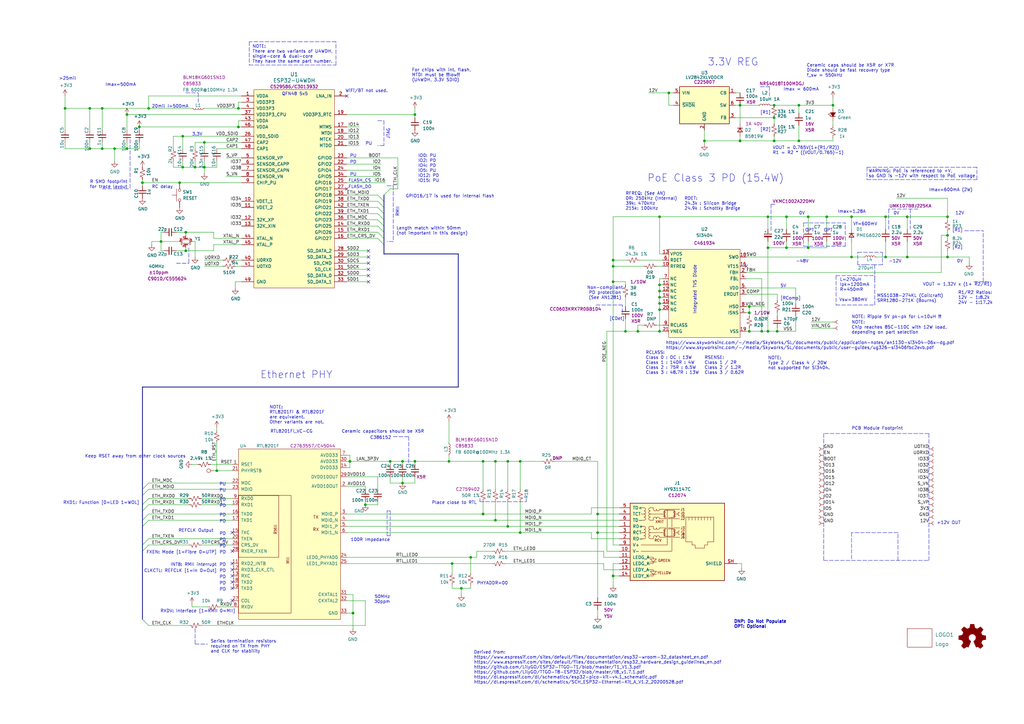
<source format=kicad_sch>
(kicad_sch (version 20231120) (generator "eeschema") (generator_version "8.0")
  (paper "A3")
  (title_block (title "ESP32 LAN PoE Module") (rev "1") (company "ViscTronics"))
  (junction (at 46.99 60.96))
  (junction (at 270.51 116.84))
  (junction (at 318.77 135.89))
  (junction (at 245.11 218.44))
  (junction (at 251.46 115.57))
  (junction (at 388.62 96.52))
  (junction (at 203.2 189.23))
  (junction (at 26.67 44.45))
  (junction (at 57.15 52.07))
  (junction (at 208.28 189.23))
  (junction (at 185.42 231.14))
  (junction (at 317.5 48.26))
  (junction (at 339.09 88.9))
  (junction (at 303.53 43.18))
  (junction (at 349.25 88.9))
  (junction (at 165.1 198.12))
  (junction (at 388.62 105.41))
  (junction (at 97.79 52.07))
  (junction (at 307.34 125.73))
  (junction (at 52.07 60.96))
  (junction (at 41.91 60.96))
  (junction (at 341.63 43.18))
  (junction (at 52.07 46.99))
  (junction (at 144.78 251.46))
  (junction (at 270.51 135.89))
  (junction (at 80.01 68.58))
  (junction (at 270.51 124.46))
  (junction (at 270.51 127))
  (junction (at 363.22 88.9))
  (junction (at 213.36 189.23))
  (junction (at 165.1 189.23))
  (junction (at 83.82 68.58))
  (junction (at 327.66 43.18))
  (junction (at 41.91 44.45))
  (junction (at 314.96 88.9))
  (junction (at 331.47 88.9))
  (junction (at 349.25 105.41))
  (junction (at 288.925 57.785))
  (junction (at 261.62 135.89))
  (junction (at 331.47 101.6))
  (junction (at 66.04 99.06))
  (junction (at 314.96 135.89))
  (junction (at 170.18 189.23))
  (junction (at 327.66 57.785))
  (junction (at 256.54 135.89))
  (junction (at 143.51 189.23))
  (junction (at 251.46 109.22))
  (junction (at 170.18 46.99))
  (junction (at 149.86 207.01))
  (junction (at 74.93 55.88))
  (junction (at 270.51 121.92))
  (junction (at 36.83 44.45))
  (junction (at 189.23 241.3))
  (junction (at 317.5 43.18))
  (junction (at 193.04 228.6))
  (junction (at 74.93 68.58))
  (junction (at 83.82 58.42))
  (junction (at 303.53 57.785))
  (junction (at 307.34 135.89))
  (junction (at 363.22 105.41))
  (junction (at 307.34 128.27))
  (junction (at 97.79 44.45))
  (junction (at 274.32 38.1))
  (junction (at 208.28 215.9))
  (junction (at 251.46 236.22))
  (junction (at 198.12 210.82))
  (junction (at 245.11 210.82))
  (junction (at 322.58 101.6))
  (junction (at 60.96 44.45))
  (junction (at 184.15 189.23))
  (junction (at 388.62 88.9))
  (junction (at 58.42 74.93))
  (junction (at 76.2 102.87))
  (junction (at 213.36 218.44))
  (junction (at 73.66 74.93))
  (junction (at 76.2 95.25))
  (junction (at 203.2 213.36))
  (junction (at 198.12 189.23))
  (junction (at 36.83 60.96))
  (junction (at 372.11 105.41))
  (junction (at 317.5 57.785))
  (junction (at 372.11 88.9))
  (junction (at 160.02 189.23))
  (junction (at 270.51 119.38))
  (junction (at 314.96 101.6))
  (junction (at 251.46 106.68))
  (junction (at 312.42 135.89))
  (junction (at 322.58 88.9))
  (junction (at 88.9 193.04))
  (junction (at 270.51 88.9))
  (no_connect (at 142.24 39.37))
  (no_connect (at 95.25 233.68))
  (no_connect (at 95.25 241.3))
  (no_connect (at 95.25 238.76))
  (no_connect (at 306.07 109.22))
  (no_connect (at 95.25 231.14))
  (no_connect (at 95.25 226.06))
  (no_connect (at 142.24 77.47))
  (no_connect (at 151.13 102.87))
  (no_connect (at 151.13 105.41))
  (no_connect (at 151.13 107.95))
  (no_connect (at 151.13 115.57))
  (no_connect (at 151.13 113.03))
  (no_connect (at 151.13 110.49))
  (no_connect (at 95.25 236.22))
  (no_connect (at 95.25 218.44))
  (no_connect (at 95.25 246.38))
  (bus_entry (at 58.42 226.06) (size 2.54 -2.54))
  (bus_entry (at 154.94 97.79) (size 2.54 2.54))
  (bus_entry (at 58.42 209.55) (size 2.54 -2.54))
  (bus_entry (at 58.42 215.9) (size 2.54 -2.54))
  (bus_entry (at 58.42 213.36) (size 2.54 -2.54))
  (bus_entry (at 58.42 207.01) (size 2.54 -2.54))
  (bus_entry (at 157.48 80.01) (size 2.54 -2.54))
  (bus_entry (at 154.94 95.25) (size 2.54 2.54))
  (bus_entry (at 154.94 90.17) (size 2.54 2.54))
  (bus_entry (at 154.94 92.71) (size 2.54 2.54))
  (bus_entry (at 154.94 85.09) (size 2.54 2.54))
  (bus_entry (at 58.42 200.66) (size 2.54 -2.54))
  (bus_entry (at 58.42 223.52) (size 2.54 -2.54))
  (bus_entry (at 154.94 82.55) (size 2.54 2.54))
  (bus_entry (at 154.94 80.01) (size 2.54 2.54))
  (bus_entry (at 154.94 87.63) (size 2.54 2.54))
  (bus_entry (at 58.42 254) (size 2.54 2.54))
  (bus_entry (at 58.42 203.2) (size 2.54 -2.54))
  (wire (pts (xy 41.91 44.45) (xy 41.91 53.34)))
  (wire (pts (xy 154.94 95.25) (xy 142.24 95.25)))
  (polyline (pts (xy 368.3 218.44) (xy 349.25 218.44)) (stroke (width 0) (type dash)))
  (wire (pts (xy 95.25 210.82) (xy 60.96 210.82)))
  (wire (pts (xy 154.94 205.74) (xy 154.94 207.01)))
  (polyline (pts (xy 364.49 85.725) (xy 364.49 93.98)) (stroke (width 0) (type dash)))
  (polyline (pts (xy 102.235 26.67) (xy 137.795 26.67)) (stroke (width 0) (type dash)))
  (wire (pts (xy 270.51 88.9) (xy 314.96 88.9)))
  (wire (pts (xy 349.25 99.06) (xy 349.25 105.41)))
  (polyline (pts (xy 342.9 113.03) (xy 358.775 113.03)) (stroke (width 0) (type dash)))
  (bus (pts (xy 157.48 95.25) (xy 157.48 97.79)))
  (wire (pts (xy 363.22 93.98) (xy 363.22 88.9)))
  (polyline (pts (xy 329.565 91.44) (xy 346.71 91.44)) (stroke (width 0) (type dash)))
  (wire (pts (xy 60.96 39.37) (xy 99.06 39.37)))
  (wire (pts (xy 78.74 190.5) (xy 81.28 190.5)))
  (wire (pts (xy 331.47 99.06) (xy 331.47 101.6)))
  (wire (pts (xy 88.9 181.61) (xy 88.9 193.04)))
  (wire (pts (xy 303.53 57.785) (xy 317.5 57.785)))
  (wire (pts (xy 341.63 43.18) (xy 341.63 44.45)))
  (wire (pts (xy 331.47 88.9) (xy 331.47 93.98)))
  (wire (pts (xy 73.66 74.93) (xy 58.42 74.93)))
  (wire (pts (xy 160.02 198.12) (xy 160.02 195.58)))
  (wire (pts (xy 270.51 119.38) (xy 270.51 121.92)))
  (wire (pts (xy 83.82 68.58) (xy 80.01 68.58)))
  (wire (pts (xy 170.18 198.12) (xy 165.1 198.12)))
  (wire (pts (xy 251.46 231.14) (xy 251.46 236.22)))
  (wire (pts (xy 142.24 54.61) (xy 147.32 54.61)))
  (wire (pts (xy 363.22 88.9) (xy 372.11 88.9)))
  (wire (pts (xy 327.66 43.18) (xy 317.5 43.18)))
  (polyline (pts (xy 161.29 179.07) (xy 167.64 179.07)) (stroke (width 0) (type dash)))
  (wire (pts (xy 142.24 69.85) (xy 156.21 69.85)))
  (wire (pts (xy 316.23 43.18) (xy 317.5 43.18)))
  (wire (pts (xy 26.67 58.42) (xy 26.67 60.96)))
  (wire (pts (xy 327.66 51.435) (xy 327.66 57.785)))
  (wire (pts (xy 314.96 88.9) (xy 314.96 93.98)))
  (wire (pts (xy 142.24 246.38) (xy 149.86 246.38)))
  (wire (pts (xy 322.58 99.06) (xy 322.58 101.6)))
  (wire (pts (xy 26.67 60.96) (xy 36.83 60.96)))
  (wire (pts (xy 143.51 189.23) (xy 143.51 191.77)))
  (wire (pts (xy 142.24 57.15) (xy 147.32 57.15)))
  (bus (pts (xy 58.42 200.66) (xy 58.42 203.2)))
  (wire (pts (xy 88.9 175.26) (xy 88.9 176.53)))
  (wire (pts (xy 262.255 106.68) (xy 271.78 106.68)))
  (bus (pts (xy 157.48 92.71) (xy 157.48 95.25)))
  (wire (pts (xy 242.57 208.28) (xy 254 208.28)))
  (wire (pts (xy 74.93 55.88) (xy 99.06 55.88)))
  (wire (pts (xy 71.12 68.58) (xy 74.93 68.58)))
  (wire (pts (xy 245.11 218.44) (xy 245.11 245.11)))
  (wire (pts (xy 57.15 53.34) (xy 57.15 52.07)))
  (wire (pts (xy 82.55 204.47) (xy 95.25 204.47)))
  (polyline (pts (xy 349.25 218.44) (xy 349.25 229.87)) (stroke (width 0) (type dash)))
  (wire (pts (xy 307.34 128.27) (xy 307.34 129.54)))
  (wire (pts (xy 303.53 43.18) (xy 311.15 43.18)))
  (wire (pts (xy 143.51 186.69) (xy 143.51 189.23)))
  (wire (pts (xy 306.07 114.3) (xy 312.42 114.3)))
  (wire (pts (xy 327.66 43.18) (xy 341.63 43.18)))
  (wire (pts (xy 372.11 99.06) (xy 372.11 105.41)))
  (polyline (pts (xy 154.94 49.53) (xy 157.48 49.53)) (stroke (width 0) (type dash)))
  (wire (pts (xy 78.74 248.92) (xy 78.74 247.65)))
  (wire (pts (xy 76.2 95.25) (xy 87.63 95.25)))
  (wire (pts (xy 201.93 226.06) (xy 195.58 226.06)))
  (wire (pts (xy 372.11 88.9) (xy 388.62 88.9)))
  (wire (pts (xy 52.07 60.96) (xy 57.15 60.96)))
  (wire (pts (xy 271.78 114.3) (xy 270.51 114.3)))
  (wire (pts (xy 76.2 102.87) (xy 72.39 102.87)))
  (wire (pts (xy 80.01 66.04) (xy 80.01 68.58)))
  (polyline (pts (xy 72.39 107.95) (xy 77.47 107.95)) (stroke (width 0) (type dash)))
  (wire (pts (xy 322.58 88.9) (xy 331.47 88.9)))
  (wire (pts (xy 185.42 234.95) (xy 185.42 231.14)))
  (wire (pts (xy 242.57 208.28) (xy 242.57 210.82)))
  (wire (pts (xy 314.96 99.06) (xy 314.96 101.6)))
  (wire (pts (xy 339.09 88.9) (xy 349.25 88.9)))
  (wire (pts (xy 60.96 198.12) (xy 95.25 198.12)))
  (wire (pts (xy 254 223.52) (xy 251.46 223.52)))
  (wire (pts (xy 198.12 200.66) (xy 198.12 189.23)))
  (wire (pts (xy 388.62 90.17) (xy 388.62 88.9)))
  (wire (pts (xy 270.51 116.84) (xy 270.51 119.38)))
  (wire (pts (xy 76.2 101.6) (xy 76.2 102.87)))
  (wire (pts (xy 195.58 228.6) (xy 195.58 226.06)))
  (polyline (pts (xy 196.85 205.74) (xy 215.9 205.74)) (stroke (width 0) (type dash)))
  (polyline (pts (xy 161.29 99.06) (xy 158.75 99.06)) (stroke (width 0) (type dash)))
  (wire (pts (xy 269.24 133.35) (xy 271.78 133.35)))
  (wire (pts (xy 256.54 135.89) (xy 261.62 135.89)))
  (wire (pts (xy 242.57 220.98) (xy 254 220.98)))
  (wire (pts (xy 142.24 107.95) (xy 151.13 107.95)))
  (wire (pts (xy 251.46 109.22) (xy 264.16 109.22)))
  (wire (pts (xy 270.51 127) (xy 271.78 127)))
  (wire (pts (xy 62.23 100.33) (xy 62.23 99.06)))
  (wire (pts (xy 247.65 228.6) (xy 247.65 226.06)))
  (wire (pts (xy 247.65 233.68) (xy 254 233.68)))
  (wire (pts (xy 288.925 53.34) (xy 288.925 57.785)))
  (wire (pts (xy 97.79 41.91) (xy 97.79 44.45)))
  (polyline (pts (xy 167.64 179.07) (xy 167.64 190.5)) (stroke (width 0) (type dash)))
  (polyline (pts (xy 358.775 125.095) (xy 358.775 113.03)) (stroke (width 0) (type dash)))
  (wire (pts (xy 301.625 38.1) (xy 303.53 38.1)))
  (wire (pts (xy 312.42 135.89) (xy 314.96 135.89)))
  (wire (pts (xy 242.57 220.98) (xy 242.57 218.44)))
  (wire (pts (xy 213.36 189.23) (xy 222.25 189.23)))
  (wire (pts (xy 208.28 215.9) (xy 142.24 215.9)))
  (wire (pts (xy 165.1 190.5) (xy 165.1 189.23)))
  (wire (pts (xy 386.08 111.76) (xy 386.08 96.52)))
  (wire (pts (xy 254 226.06) (xy 248.92 226.06)))
  (wire (pts (xy 58.42 74.93) (xy 58.42 73.66)))
  (wire (pts (xy 208.28 189.23) (xy 213.36 189.23)))
  (wire (pts (xy 96.52 106.68) (xy 99.06 106.68)))
  (polyline (pts (xy 161.29 76.2) (xy 161.29 99.06)) (stroke (width 0) (type dash)))
  (wire (pts (xy 339.09 99.06) (xy 339.09 101.6)))
  (wire (pts (xy 203.2 213.36) (xy 142.24 213.36)))
  (wire (pts (xy 72.39 95.25) (xy 76.2 95.25)))
  (wire (pts (xy 57.15 58.42) (xy 57.15 60.96)))
  (wire (pts (xy 142.24 102.87) (xy 151.13 102.87)))
  (polyline (pts (xy 342.9 113.03) (xy 342.9 125.095)) (stroke (width 0) (type dash)))
  (polyline (pts (xy 315.595 35.56) (xy 315.595 39.37)) (stroke (width 0) (type dash)))
  (wire (pts (xy 142.24 72.39) (xy 156.21 72.39)))
  (bus (pts (xy 157.48 85.09) (xy 157.48 87.63)))
  (polyline (pts (xy 368.3 229.87) (xy 368.3 218.44)) (stroke (width 0) (type dash)))
  (wire (pts (xy 154.94 85.09) (xy 142.24 85.09)))
  (wire (pts (xy 349.25 93.98) (xy 349.25 88.9)))
  (wire (pts (xy 213.36 205.74) (xy 213.36 218.44)))
  (wire (pts (xy 331.47 88.9) (xy 339.09 88.9)))
  (polyline (pts (xy 346.71 100.965) (xy 346.71 91.44)) (stroke (width 0) (type dash)))
  (wire (pts (xy 307.34 135.89) (xy 312.42 135.89)))
  (wire (pts (xy 274.32 38.1) (xy 274.32 43.18)))
  (wire (pts (xy 82.55 256.54) (xy 149.86 256.54)))
  (wire (pts (xy 170.18 189.23) (xy 165.1 189.23)))
  (wire (pts (xy 341.63 57.785) (xy 327.66 57.785)))
  (wire (pts (xy 266.065 38.1) (xy 274.32 38.1)))
  (wire (pts (xy 261.62 135.89) (xy 270.51 135.89)))
  (wire (pts (xy 304.165 231.14) (xy 304.165 233.045)))
  (wire (pts (xy 306.07 111.76) (xy 386.08 111.76)))
  (wire (pts (xy 193.04 234.95) (xy 193.04 228.6)))
  (wire (pts (xy 189.23 241.3) (xy 185.42 241.3)))
  (wire (pts (xy 62.23 99.06) (xy 66.04 99.06)))
  (wire (pts (xy 96.52 118.11) (xy 96.52 115.57)))
  (bus (pts (xy 58.42 200.66) (xy 58.42 158.75)))
  (wire (pts (xy 71.12 66.04) (xy 71.12 68.58)))
  (wire (pts (xy 66.04 99.06) (xy 66.04 95.25)))
  (wire (pts (xy 307.34 125.73) (xy 307.34 128.27)))
  (wire (pts (xy 80.01 99.06) (xy 78.74 99.06)))
  (wire (pts (xy 36.83 44.45) (xy 41.91 44.45)))
  (wire (pts (xy 247.65 226.06) (xy 207.01 226.06)))
  (polyline (pts (xy 80.01 264.16) (xy 85.09 264.16)) (stroke (width 0) (type dash)))
  (wire (pts (xy 67.31 102.87) (xy 66.04 102.87)))
  (wire (pts (xy 92.71 72.39) (xy 99.06 72.39)))
  (wire (pts (xy 248.92 135.89) (xy 256.54 135.89)))
  (wire (pts (xy 270.51 116.84) (xy 271.78 116.84)))
  (wire (pts (xy 87.63 95.25) (xy 87.63 97.79)))
  (wire (pts (xy 306.07 135.89) (xy 307.34 135.89)))
  (wire (pts (xy 256.54 115.57) (xy 251.46 115.57)))
  (wire (pts (xy 208.28 215.9) (xy 254 215.9)))
  (wire (pts (xy 149.86 246.38) (xy 149.86 256.54)))
  (wire (pts (xy 92.71 64.77) (xy 99.06 64.77)))
  (wire (pts (xy 341.63 56.515) (xy 341.63 57.785)))
  (polyline (pts (xy 358.775 108.585) (xy 358.775 114.935)) (stroke (width 0) (type dash)))
  (wire (pts (xy 142.24 186.69) (xy 143.51 186.69)))
  (polyline (pts (xy 381 229.87) (xy 381 177.8)) (stroke (width 0) (type dash)))
  (wire (pts (xy 66.04 102.87) (xy 66.04 99.06)))
  (wire (pts (xy 318.77 134.62) (xy 318.77 135.89)))
  (wire (pts (xy 99.06 100.33) (xy 87.63 100.33)))
  (bus (pts (xy 157.48 90.17) (xy 157.48 92.71)))
  (wire (pts (xy 87.63 102.87) (xy 76.2 102.87)))
  (polyline (pts (xy 157.48 49.53) (xy 157.48 59.69)) (stroke (width 0) (type dash)))
  (polyline (pts (xy 196.85 204.47) (xy 196.85 205.74)) (stroke (width 0) (type dash)))
  (wire (pts (xy 213.36 189.23) (xy 213.36 200.66)))
  (wire (pts (xy 165.1 198.12) (xy 160.02 198.12)))
  (wire (pts (xy 87.63 193.04) (xy 88.9 193.04)))
  (wire (pts (xy 144.78 257.81) (xy 144.78 251.46)))
  (wire (pts (xy 74.93 55.88) (xy 74.93 60.96)))
  (polyline (pts (xy 351.79 108.585) (xy 351.79 103.505)) (stroke (width 0) (type dash)))
  (wire (pts (xy 71.12 60.96) (xy 71.12 55.88)))
  (wire (pts (xy 322.58 93.98) (xy 322.58 88.9)))
  (wire (pts (xy 165.1 189.23) (xy 160.02 189.23)))
  (wire (pts (xy 36.83 58.42) (xy 36.83 60.96)))
  (wire (pts (xy 142.24 115.57) (xy 151.13 115.57)))
  (wire (pts (xy 83.82 44.45) (xy 97.79 44.45)))
  (polyline (pts (xy 158.75 219.71) (xy 158.75 209.55)) (stroke (width 0) (type dash)))
  (wire (pts (xy 99.06 74.93) (xy 73.66 74.93)))
  (wire (pts (xy 256.54 121.92) (xy 256.54 125.73)))
  (wire (pts (xy 270.51 135.89) (xy 271.78 135.89)))
  (wire (pts (xy 60.96 200.66) (xy 95.25 200.66)))
  (bus (pts (xy 157.48 82.55) (xy 157.48 85.09)))
  (polyline (pts (xy 354.965 108.585) (xy 351.79 108.585)) (stroke (width 0) (type dash)))
  (bus (pts (xy 58.42 223.52) (xy 58.42 226.06)))
  (polyline (pts (xy 351.79 103.505) (xy 361.95 103.505)) (stroke (width 0) (type dash)))
  (wire (pts (xy 91.44 109.22) (xy 83.82 109.22)))
  (wire (pts (xy 270.51 119.38) (xy 271.78 119.38)))
  (wire (pts (xy 270.51 121.92) (xy 270.51 124.46)))
  (wire (pts (xy 142.24 64.77) (xy 163.195 64.77)))
  (wire (pts (xy 74.93 68.58) (xy 74.93 66.04)))
  (wire (pts (xy 86.36 190.5) (xy 95.25 190.5)))
  (wire (pts (xy 251.46 109.22) (xy 251.46 115.57)))
  (bus (pts (xy 58.42 215.9) (xy 58.42 223.52)))
  (wire (pts (xy 97.79 52.07) (xy 97.79 49.53)))
  (wire (pts (xy 317.5 55.88) (xy 317.5 57.785)))
  (wire (pts (xy 256.54 115.57) (xy 256.54 116.84)))
  (wire (pts (xy 60.96 44.45) (xy 60.96 39.37)))
  (wire (pts (xy 318.77 135.89) (xy 326.39 135.89)))
  (wire (pts (xy 170.18 44.45) (xy 170.18 46.99)))
  (wire (pts (xy 160.02 190.5) (xy 160.02 189.23)))
  (wire (pts (xy 251.46 115.57) (xy 251.46 223.52)))
  (wire (pts (xy 46.99 60.96) (xy 52.07 60.96)))
  (wire (pts (xy 26.67 53.34) (xy 26.67 44.45)))
  (wire (pts (xy 184.15 172.72) (xy 184.15 181.61)))
  (wire (pts (xy 203.2 200.66) (xy 203.2 189.23)))
  (wire (pts (xy 251.46 88.9) (xy 251.46 106.68)))
  (wire (pts (xy 83.82 106.68) (xy 91.44 106.68)))
  (wire (pts (xy 41.91 58.42) (xy 41.91 60.96)))
  (polyline (pts (xy 215.9 204.47) (xy 215.9 205.74)) (stroke (width 0) (type dash)))
  (wire (pts (xy 270.51 124.46) (xy 270.51 127)))
  (wire (pts (xy 193.04 241.3) (xy 193.04 240.03)))
  (wire (pts (xy 52.07 53.34) (xy 52.07 46.99)))
  (wire (pts (xy 142.24 97.79) (xy 154.94 97.79)))
  (wire (pts (xy 82.55 223.52) (xy 95.25 223.52)))
  (polyline (pts (xy 329.565 91.44) (xy 329.565 100.965)) (stroke (width 0) (type dash)))
  (wire (pts (xy 60.96 256.54) (xy 77.47 256.54)))
  (wire (pts (xy 312.42 114.3) (xy 312.42 135.89)))
  (wire (pts (xy 349.25 105.41) (xy 354.33 105.41)))
  (wire (pts (xy 203.2 189.23) (xy 208.28 189.23)))
  (wire (pts (xy 88.9 60.96) (xy 99.06 60.96)))
  (wire (pts (xy 388.62 95.25) (xy 388.62 96.52)))
  (bus (pts (xy 58.42 209.55) (xy 58.42 213.36)))
  (wire (pts (xy 170.18 48.26) (xy 170.18 46.99)))
  (wire (pts (xy 318.77 120.65) (xy 318.77 123.19)))
  (bus (pts (xy 58.42 213.36) (xy 58.42 215.9)))
  (wire (pts (xy 142.24 52.07) (xy 147.32 52.07)))
  (wire (pts (xy 57.15 52.07) (xy 97.79 52.07)))
  (wire (pts (xy 301.625 48.26) (xy 317.5 48.26)))
  (wire (pts (xy 339.09 88.9) (xy 339.09 93.98)))
  (wire (pts (xy 142.24 46.99) (xy 170.18 46.99)))
  (wire (pts (xy 386.08 96.52) (xy 388.62 96.52)))
  (wire (pts (xy 207.01 231.14) (xy 247.65 231.14)))
  (wire (pts (xy 78.74 248.92) (xy 85.09 248.92)))
  (wire (pts (xy 154.94 90.17) (xy 142.24 90.17)))
  (wire (pts (xy 26.67 44.45) (xy 26.67 39.37)))
  (wire (pts (xy 363.22 105.41) (xy 372.11 105.41)))
  (wire (pts (xy 288.925 57.785) (xy 303.53 57.785)))
  (wire (pts (xy 203.2 205.74) (xy 203.2 213.36)))
  (wire (pts (xy 322.58 101.6) (xy 314.96 101.6)))
  (wire (pts (xy 269.24 109.22) (xy 271.78 109.22)))
  (polyline (pts (xy 403.225 115.57) (xy 403.225 94.615)) (stroke (width 0) (type dash)))
  (wire (pts (xy 341.63 49.53) (xy 341.63 51.435)))
  (wire (pts (xy 149.86 207.01) (xy 149.86 205.74)))
  (bus (pts (xy 58.42 158.75) (xy 187.96 158.75)))
  (wire (pts (xy 327.66 46.355) (xy 327.66 43.18)))
  (wire (pts (xy 339.09 101.6) (xy 331.47 101.6)))
  (wire (pts (xy 82.55 207.01) (xy 95.25 207.01)))
  (wire (pts (xy 193.04 228.6) (xy 142.24 228.6)))
  (wire (pts (xy 261.62 133.35) (xy 261.62 135.89)))
  (wire (pts (xy 163.195 77.47) (xy 163.195 64.77)))
  (polyline (pts (xy 160.02 219.71) (xy 158.75 219.71)) (stroke (width 0) (type dash)))
  (polyline (pts (xy 77.47 101.6) (xy 77.47 107.95)) (stroke (width 0) (type dash)))
  (wire (pts (xy 88.9 66.04) (xy 88.9 68.58)))
  (wire (pts (xy 142.24 113.03) (xy 151.13 113.03)))
  (wire (pts (xy 341.63 40.005) (xy 341.63 43.18)))
  (wire (pts (xy 142.24 59.69) (xy 147.32 59.69)))
  (wire (pts (xy 203.2 213.36) (xy 254 213.36)))
  (bus (pts (xy 157.48 87.63) (xy 157.48 90.17)))
  (wire (pts (xy 142.24 243.84) (xy 144.78 243.84)))
  (wire (pts (xy 264.16 133.35) (xy 261.62 133.35)))
  (polyline (pts (xy 137.795 17.145) (xy 102.235 17.145)) (stroke (width 0) (type dash)))
  (wire (pts (xy 36.83 53.34) (xy 36.83 44.45)))
  (polyline (pts (xy 311.785 35.56) (xy 315.595 35.56)) (stroke (width 0) (type dash)))
  (wire (pts (xy 80.01 105.41) (xy 80.01 99.06)))
  (wire (pts (xy 87.63 100.33) (xy 87.63 102.87)))
  (wire (pts (xy 367.665 81.28) (xy 388.62 81.28)))
  (wire (pts (xy 185.42 231.14) (xy 201.93 231.14)))
  (wire (pts (xy 143.51 191.77) (xy 142.24 191.77)))
  (polyline (pts (xy 361.95 108.585) (xy 358.775 108.585)) (stroke (width 0) (type dash)))
  (wire (pts (xy 251.46 106.68) (xy 251.46 109.22)))
  (wire (pts (xy 73.66 99.06) (xy 66.04 99.06)))
  (wire (pts (xy 144.78 251.46) (xy 142.24 251.46)))
  (wire (pts (xy 41.91 60.96) (xy 46.99 60.96)))
  (wire (pts (xy 198.12 189.23) (xy 203.2 189.23)))
  (polyline (pts (xy 316.23 83.82) (xy 318.135 83.82)) (stroke (width 0) (type dash)))
  (wire (pts (xy 142.24 195.58) (xy 154.94 195.58)))
  (polyline (pts (xy 376.555 85.725) (xy 364.49 85.725)) (stroke (width 0) (type dash)))
  (polyline (pts (xy 157.48 59.69) (xy 154.94 59.69)) (stroke (width 0) (type dash)))
  (polyline (pts (xy 76.2 38.1) (xy 81.28 38.1)) (stroke (width 0) (type dash)))
  (wire (pts (xy 170.18 190.5) (xy 170.18 189.23)))
  (wire (pts (xy 245.11 218.44) (xy 254 218.44)))
  (polyline (pts (xy 381 177.8) (xy 337.82 177.8)) (stroke (width 0) (type dash)))
  (bus (pts (xy 157.48 80.01) (xy 157.48 82.55)))
  (wire (pts (xy 160.02 189.23) (xy 143.51 189.23)))
  (wire (pts (xy 52.07 58.42) (xy 52.07 60.96)))
  (wire (pts (xy 95.25 220.98) (xy 60.96 220.98)))
  (bus (pts (xy 58.42 207.01) (xy 58.42 209.55)))
  (wire (pts (xy 88.9 193.04) (xy 95.25 193.04)))
  (wire (pts (xy 271.78 104.14) (xy 270.51 104.14)))
  (wire (pts (xy 142.24 110.49) (xy 151.13 110.49)))
  (bus (pts (xy 58.42 226.06) (xy 58.42 254)))
  (wire (pts (xy 274.32 38.1) (xy 276.225 38.1)))
  (wire (pts (xy 326.39 124.46) (xy 326.39 118.11)))
  (wire (pts (xy 142.24 218.44) (xy 213.36 218.44)))
  (wire (pts (xy 270.51 88.9) (xy 251.46 88.9)))
  (wire (pts (xy 142.24 92.71) (xy 154.94 92.71)))
  (wire (pts (xy 87.63 97.79) (xy 99.06 97.79)))
  (wire (pts (xy 318.77 128.27) (xy 318.77 129.54)))
  (wire (pts (xy 83.82 58.42) (xy 83.82 60.96)))
  (wire (pts (xy 60.96 207.01) (xy 77.47 207.01)))
  (wire (pts (xy 372.11 88.9) (xy 372.11 93.98)))
  (polyline (pts (xy 158.75 209.55) (xy 160.02 209.55)) (stroke (width 0) (type dash)))
  (wire (pts (xy 251.46 236.22) (xy 251.46 240.03)))
  (polyline (pts (xy 361.95 103.505) (xy 361.95 108.585)) (stroke (width 0) (type dash)))
  (polyline (pts (xy 355.6 68.58) (xy 400.685 68.58)) (stroke (width 0) (type dash)))
  (wire (pts (xy 185.42 241.3) (xy 185.42 240.03)))
  (wire (pts (xy 307.34 134.62) (xy 307.34 135.89)))
  (wire (pts (xy 317.5 48.26) (xy 317.5 50.8)))
  (wire (pts (xy 303.53 43.18) (xy 303.53 50.8)))
  (wire (pts (xy 388.62 102.87) (xy 388.62 105.41)))
  (wire (pts (xy 248.92 135.89) (xy 248.92 226.06)))
  (wire (pts (xy 332.74 132.08) (xy 341.63 132.08)))
  (wire (pts (xy 185.42 231.14) (xy 142.24 231.14)))
  (wire (pts (xy 213.36 218.44) (xy 242.57 218.44)))
  (wire (pts (xy 208.28 205.74) (xy 208.28 215.9)))
  (wire (pts (xy 314.96 101.6) (xy 314.96 135.89)))
  (wire (pts (xy 245.11 210.82) (xy 245.11 218.44)))
  (wire (pts (xy 189.23 243.84) (xy 189.23 241.3)))
  (wire (pts (xy 142.24 74.93) (xy 158.115 74.93)))
  (wire (pts (xy 245.11 210.82) (xy 254 210.82)))
  (wire (pts (xy 99.06 52.07) (xy 97.79 52.07)))
  (wire (pts (xy 363.22 99.06) (xy 363.22 105.41)))
  (polyline (pts (xy 395.605 94.615) (xy 403.225 94.615)) (stroke (width 0) (type dash)))
  (wire (pts (xy 245.11 189.23) (xy 245.11 210.82)))
  (wire (pts (xy 184.15 186.69) (xy 184.15 189.23)))
  (polyline (pts (xy 81.28 38.1) (xy 81.28 41.91)) (stroke (width 0) (type dash)))
  (polyline (pts (xy 137.795 26.67) (xy 137.795 17.145)) (stroke (width 0) (type dash)))
  (wire (pts (xy 149.86 200.66) (xy 149.86 199.39)))
  (polyline (pts (xy 255.27 128.27) (xy 255.27 125.095)) (stroke (width 0) (type dash)))
  (wire (pts (xy 96.52 109.22) (xy 99.06 109.22)))
  (wire (pts (xy 326.39 129.54) (xy 326.39 135.89)))
  (polyline (pts (xy 354.965 108.585) (xy 358.775 108.585)) (stroke (width 0) (type dash)))
  (wire (pts (xy 52.07 46.99) (xy 99.06 46.99)))
  (wire (pts (xy 97.79 44.45) (xy 99.06 44.45)))
  (bus (pts (xy 187.96 104.14) (xy 187.96 158.75)))
  (wire (pts (xy 71.12 55.88) (xy 74.93 55.88)))
  (wire (pts (xy 198.12 210.82) (xy 242.57 210.82)))
  (wire (pts (xy 41.91 44.45) (xy 60.96 44.45)))
  (wire (pts (xy 76.2 95.25) (xy 76.2 96.52)))
  (polyline (pts (xy 342.9 125.095) (xy 358.775 125.095)) (stroke (width 0) (type dash)))
  (wire (pts (xy 198.12 210.82) (xy 142.24 210.82)))
  (wire (pts (xy 270.51 121.92) (xy 271.78 121.92)))
  (wire (pts (xy 142.24 189.23) (xy 143.51 189.23)))
  (wire (pts (xy 372.11 105.41) (xy 388.62 105.41)))
  (wire (pts (xy 80.01 58.42) (xy 83.82 58.42)))
  (wire (pts (xy 307.34 125.73) (xy 313.69 125.73)))
  (wire (pts (xy 80.01 68.58) (xy 74.93 68.58)))
  (wire (pts (xy 184.15 189.23) (xy 198.12 189.23)))
  (wire (pts (xy 83.82 71.12) (xy 83.82 68.58)))
  (wire (pts (xy 302.26 231.14) (xy 304.165 231.14)))
  (wire (pts (xy 165.1 195.58) (xy 165.1 198.12)))
  (wire (pts (xy 270.51 114.3) (xy 270.51 116.84)))
  (wire (pts (xy 331.47 101.6) (xy 322.58 101.6)))
  (wire (pts (xy 66.04 95.25) (xy 67.31 95.25)))
  (polyline (pts (xy 373.38 85.725) (xy 373.38 93.98)) (stroke (width 0) (type dash)))
  (wire (pts (xy 198.12 205.74) (xy 198.12 210.82)))
  (polyline (pts (xy 316.23 94.615) (xy 316.23 83.82)) (stroke (width 0) (type dash)))
  (wire (pts (xy 142.24 87.63) (xy 154.94 87.63)))
  (wire (pts (xy 227.33 189.23) (xy 245.11 189.23)))
  (polyline (pts (xy 355.6 73.66) (xy 400.685 73.66)) (stroke (width 0) (type dash)))
  (wire (pts (xy 306.07 125.73) (xy 307.34 125.73)))
  (wire (pts (xy 193.04 228.6) (xy 195.58 228.6)))
  (wire (pts (xy 314.96 135.89) (xy 318.77 135.89)))
  (polyline (pts (xy 337.82 177.8) (xy 337.82 229.87)) (stroke (width 0) (type dash)))
  (wire (pts (xy 314.96 88.9) (xy 322.58 88.9)))
  (bus (pts (xy 157.48 100.33) (xy 157.48 104.14)))
  (wire (pts (xy 60.96 213.36) (xy 95.25 213.36)))
  (polyline (pts (xy 329.565 100.965) (xy 346.71 100.965)) (stroke (width 0) (type dash)))
  (polyline (pts (xy 399.415 115.57) (xy 405.765 115.57)) (stroke (width 0) (type dash)))
  (wire (pts (xy 78.74 44.45) (xy 60.96 44.45)))
  (wire (pts (xy 349.25 88.9) (xy 363.22 88.9)))
  (wire (pts (xy 46.99 66.04) (xy 46.99 60.96)))
  (polyline (pts (xy 41.91 77.47) (xy 53.34 77.47)) (stroke (width 0) (type dash)))
  (wire (pts (xy 270.51 127) (xy 270.51 135.89)))
  (wire (pts (xy 306.07 128.27) (xy 307.34 128.27)))
  (wire (pts (xy 388.62 96.52) (xy 388.62 97.79)))
  (wire (pts (xy 397.51 105.41) (xy 388.62 105.41)))
  (wire (pts (xy 144.78 243.84) (xy 144.78 251.46)))
  (wire (pts (xy 154.94 195.58) (xy 154.94 200.66)))
  (wire (pts (xy 270.51 88.9) (xy 270.51 104.14)))
  (wire (pts (xy 58.42 76.2) (xy 58.42 74.93)))
  (wire (pts (xy 245.11 250.19) (xy 245.11 252.73)))
  (wire (pts (xy 149.86 199.39) (xy 142.24 199.39)))
  (wire (pts (xy 170.18 189.23) (xy 184.15 189.23)))
  (wire (pts (xy 251.46 106.68) (xy 257.175 106.68)))
  (wire (pts (xy 359.41 105.41) (xy 363.22 105.41)))
  (wire (pts (xy 388.62 88.9) (xy 388.62 81.28)))
  (polyline (pts (xy 355.6 68.58) (xy 355.6 73.66)) (stroke (width 0) (type dash)))
  (wire (pts (xy 60.96 204.47) (xy 77.47 204.47)))
  (wire (pts (xy 97.79 49.53) (xy 99.06 49.53)))
  (wire (pts (xy 142.24 67.31) (xy 156.21 67.31)))
  (wire (pts (xy 247.65 231.14) (xy 247.65 233.68)))
  (wire (pts (xy 270.51 124.46) (xy 271.78 124.46)))
  (polyline (pts (xy 400.685 73.66) (xy 400.685 68.58)) (stroke (width 0) (type dash)))
  (wire (pts (xy 288.925 57.785) (xy 288.925 59.055)))
  (wire (pts (xy 154.94 207.01) (xy 149.86 207.01)))
  (wire (pts (xy 142.24 105.41) (xy 151.13 105.41)))
  (wire (pts (xy 96.52 115.57) (xy 99.06 115.57)))
  (wire (pts (xy 332.74 134.62) (xy 341.63 134.62)))
  (polyline (pts (xy 158.75 76.2) (xy 161.29 76.2)) (stroke (width 0) (type dash)))
  (wire (pts (xy 142.24 82.55) (xy 154.94 82.55)))
  (wire (pts (xy 397.51 107.95) (xy 397.51 105.41)))
  (wire (pts (xy 26.67 44.45) (xy 36.83 44.45)))
  (wire (pts (xy 90.17 248.92) (xy 95.25 248.92)))
  (polyline (pts (xy 53.34 57.15) (xy 53.34 77.47)) (stroke (width 0) (type dash)))
  (wire (pts (xy 306.07 120.65) (xy 318.77 120.65)))
  (wire (pts (xy 327.66 57.785) (xy 317.5 57.785)))
  (wire (pts (xy 251.46 231.14) (xy 254 231.14)))
  (wire (pts (xy 303.53 55.88) (xy 303.53 57.785)))
  (wire (pts (xy 208.28 200.66) (xy 208.28 189.23)))
  (polyline (pts (xy 244.475 125.095) (xy 255.27 125.095)) (stroke (width 0) (type dash)))
  (wire (pts (xy 306.07 105.41) (xy 349.25 105.41)))
  (wire (pts (xy 88.9 68.58) (xy 83.82 68.58)))
  (polyline (pts (xy 337.82 229.87) (xy 381 229.87)) (stroke (width 0) (type dash)))
  (wire (pts (xy 154.94 80.01) (xy 142.24 80.01)))
  (wire (pts (xy 254 228.6) (xy 247.65 228.6)))
  (wire (pts (xy 60.96 223.52) (xy 77.47 223.52)))
  (bus (pts (xy 187.96 104.14) (xy 157.48 104.14)))
  (wire (pts (xy 160.02 77.47) (xy 163.195 77.47)))
  (polyline (pts (xy 160.02 209.55) (xy 160.02 219.71)) (stroke (width 0) (type dash)))
  (polyline (pts (xy 80.01 257.81) (xy 80.01 264.16)) (stroke (width 0) (type dash)))
  (wire (pts (xy 83.82 68.58) (xy 83.82 66.04)))
  (wire (pts (xy 326.39 118.11) (xy 306.07 118.11)))
  (wire (pts (xy 170.18 195.58) (xy 170.18 198.12)))
  (wire (pts (xy 99.06 41.91) (xy 97.79 41.91)))
  (wire (pts (xy 99.06 58.42) (xy 83.82 58.42)))
  (polyline (pts (xy 102.235 17.145) (xy 102.235 26.67)) (stroke (width 0) (type dash)))
  (wire (pts (xy 36.83 60.96) (xy 41.91 60.96)))
  (bus (pts (xy 157.48 97.79) (xy 157.48 100.33)))
  (wire (pts (xy 276.225 43.18) (xy 274.32 43.18)))
  (wire (pts (xy 80.01 60.96) (xy 80.01 58.42)))
  (bus (pts (xy 58.42 203.2) (xy 58.42 207.01)))
  (wire (pts (xy 189.23 241.3) (xy 193.04 241.3)))
  (wire (pts (xy 301.625 43.18) (xy 303.53 43.18)))
  (wire (pts (xy 251.46 236.22) (xy 254 236.22)))
  (wire (pts (xy 256.54 130.81) (xy 256.54 135.89)))
  (text "3.3V" (at 78.74 55.88 0) (effects (font (size 1.27 1.27)) (justify left bottom)))
  (text "IO0: PU\nIO2: PD\nIO4: PD\nIO5: PU\nIO12: PD\nIO15: PU" (at 171.45 74.93 0) (effects (font (size 1.27 1.27)) (justify left bottom)))
  (text "QFN48 5x5" (at 115.57 39.37 0) (effects (font (size 1.27 1.27)) (justify left bottom)))
  (text "MSS1038-274KL (Coilcraft)\nSRR1280-271K (Bourns)" (at 359.664 122.428 0) (effects (font (size 1.27 1.27)) (justify left)))
  (text "PU" (at 143.51 64.77 0) (effects (font (size 1.27 1.27)) (justify left bottom)))
  (text "50MHz\n30ppm" (at 160.02 247.65 0) (effects (font (size 1.27 1.27)) (justify right bottom)))
  (text "PU" (at 92.71 201.93 0) (effects (font (size 1.27 1.27)) (justify right bottom)))
  (text "https://www.skyworksinc.com/-/media/SkyWorks/SL/documents/public/application-notes/an1130-si3404-06x-dg.pdf\nhttps://www.skyworksinc.com/-/media/Skyworks/SL/documents/public/user-guides/ug326-si3406fbc2evb.pdf" (at 273.05 143.51 0) (effects (font (size 1.27 1.27)) (justify left bottom)))
  (text "OPT" (at 337.82 95.25 0) (effects (font (size 1.27 1.27)) (justify left bottom)))
  (text "PD" (at 92.71 237.49 0) (effects (font (size 1.27 1.27)) (justify right bottom)))
  (text "Keep RSET away from other clock sources" (at 76.2 187.96 0) (effects (font (size 1.27 1.27)) (justify right bottom)))
  (text "12V" (at 391.795 88.265 0) (effects (font (size 1.27 1.27)) (justify left bottom)))
  (text "PD" (at 92.71 227.33 0) (effects (font (size 1.27 1.27)) (justify right bottom)))
  (text "PD" (at 92.71 219.71 0) (effects (font (size 1.27 1.27)) (justify right bottom)))
  (text "Derived from:\nhttps://www.espressif.com/sites/default/files/documentation/esp32-wroom-32_datasheet_en.pdf\nhttps://www.espressif.com/sites/default/files/documentation/esp32_hardware_design_guidelines_en.pdf\nhttps://github.com/LilyGO/ESP32-TTGO-T1/blob/master/T1_V1.3.pdf\nhttps://github.com/LilyGO/TTGO-T8-ESP32/blob/master/t8_v1.7.1.pdf\nhttps://dl.espressif.com/dl/schematics/esp32-pico-kit-v4.1_schematic.pdf\nhttps://dl.espressif.com/dl/schematics/SCH_ESP32-Ethernet-Kit_A_V1.2_20200528.pdf" (at 194.31 280.67 0) (effects (font (size 1.27 1.27)) (justify left bottom)))
  (text "I=500mA" (at 68.58 44.45 0) (effects (font (size 1.27 1.27)) (justify left bottom)))
  (text "RDET:\n24.3k : Silicon Bridge\n24.9k : Schottky Brdige" (at 280.67 86.36 0) (effects (font (size 1.27 1.27)) (justify left bottom)))
  (text "PD" (at 143.51 67.31 0) (effects (font (size 1.27 1.27)) (justify left bottom)))
  (text "Non-compliant\nPD protection\n(See AN1281)" (at 248.158 120.142 0) (effects (font (size 1.27 1.27))))
  (text "Vsw=380mV" (at 344.17 123.825 0) (effects (font (size 1.27 1.27)) (justify left bottom)))
  (text "PD" (at 92.71 234.95 0) (effects (font (size 1.27 1.27)) (justify right bottom)))
  (text "OPT" (at 330.2 95.25 0) (effects (font (size 1.27 1.27)) (justify left bottom)))
  (text "PD" (at 92.71 232.41 0) (effects (font (size 1.27 1.27)) (justify right bottom)))
  (text "PD" (at 92.71 205.74 0) (effects (font (size 1.27 1.27)) (justify right bottom)))
  (text "Integrated TVS Diode" (at 285.75 128.905 90) (effects (font (size 1.27 1.27)) (justify left bottom)))
  (text "PU" (at 143.51 72.39 0) (effects (font (size 1.27 1.27)) (justify left bottom)))
  (text ">25mil" (at 24.13 33.02 0) (effects (font (size 1.27 1.27)) (justify left bottom)))
  (text "-12V" (at 364.49 107.95 0) (effects (font (size 1.27 1.27)) (justify left bottom)))
  (text "Ceramic caps should be X5R or X7R\nDiode should be fast recovery type\nf_sw = 550kHz" (at 330.835 31.75 0) (effects (font (size 1.27 1.27)) (justify left bottom)))
  (text "R1/R2 Ratios:\n12V - 1:8.2k\n24V - 1:17.2k" (at 392.938 122.174 0) (effects (font (size 1.27 1.27)) (justify left)))
  (text "WiFi/BT not used." (at 141.605 38.1 0) (effects (font (size 1.27 1.27)) (justify left bottom)))
  (text "+12V OUT" (at 384.175 215.265 0) (effects (font (size 1.27 1.27)) (justify left bottom)))
  (text "GPIO16/17 is used for internal flash" (at 166.37 81.28 0) (effects (font (size 1.27 1.27)) (justify left bottom)))
  (text "PD" (at 92.71 212.09 0) (effects (font (size 1.27 1.27)) (justify right bottom)))
  (text "20mil" (at 62.23 44.45 0) (effects (font (size 1.27 1.27)) (justify left bottom)))
  (text "NOTE: Ripple 5V pk-pk for L=10uH !!" (at 349.25 130.81 0) (effects (font (size 1.27 1.27)) (justify left bottom)))
  (text "[R1]" (at 311.785 46.99 0) (effects (font (size 1.27 1.27)) (justify left bottom)))
  (text "DNP: Do Not Populate\nOPT: Optional" (at 300.99 257.81 0) (effects (font (size 1.27 1.27) (thickness 0.254) (bold yes)) (justify left bottom)))
  (text "[RComp]" (at 320.04 123.19 0) (effects (font (size 1.27 1.27)) (justify left bottom)))
  (text "PD" (at 92.71 224.79 0) (effects (font (size 1.27 1.27)) (justify right bottom)))
  (text "C386152" (at 151.765 180.34 0) (effects (font (size 1.27 1.27)) (justify left bottom)))
  (text "5V" (at 320.04 118.11 0) (effects (font (size 1.27 1.27)) (justify left bottom)))
  (text "NOTE:\nThere are two variants of U4WDH,\nsingle-core & dual-core\nThey have the same part number." (at 103.505 26.035 0) (effects (font (size 1.27 1.27)) (justify left bottom)))
  (text "Series termination resistors\nrequired on TX from PHY\nand CLK for stability\n" (at 86.36 267.97 0) (effects (font (size 1.27 1.27)) (justify left bottom)))
  (text "Ceramic capacitors should be X5R" (at 173.99 177.8 0) (effects (font (size 1.27 1.27)) (justify right bottom)))
  (text "Imax = 600mA" (at 321.31 37.465 0) (effects (font (size 1.27 1.27)) (justify left bottom)))
  (text "Imax=600mA (2W)" (at 381 78.74 0) (effects (font (size 1.27 1.27)) (justify left bottom)))
  (text "NOTE:\nType 2 / Class 4 / 20W \nnot supported for Si3404." (at 314.96 151.765 0) (effects (font (size 1.27 1.27)) (justify left bottom)))
  (text "PCB Module Footprint" (at 349.25 176.53 0) (effects (font (size 1.27 1.27)) (justify left bottom)))
  (text "PD" (at 92.71 214.63 0) (effects (font (size 1.27 1.27)) (justify right bottom)))
  (text "[R1]" (at 390.525 95.25 0) (effects (font (size 1.27 1.27)) (justify left bottom)))
  (text "RC delay" (at 62.23 77.47 0) (effects (font (size 1.27 1.27)) (justify left bottom)))
  (text "PD" (at 92.71 242.57 0) (effects (font (size 1.27 1.27)) (justify right bottom)))
  (text "[R2]" (at 311.785 53.975 0) (effects (font (size 1.27 1.27)) (justify left bottom)))
  (text "PD" (at 92.71 222.25 0) (effects (font (size 1.27 1.27)) (justify right bottom)))
  (text "RXD1: Function [0=LED 1=WOL]" (at 57.15 207.01 0) (effects (font (size 1.27 1.27)) (justify right bottom)))
  (text "RSENSE:\nClass 1 / 2R\nClass 2 / 1.2R\nClass 3 / 0.62R" (at 288.925 153.67 0) (effects (font (size 1.27 1.27)) (justify left bottom)))
  (text "0V" (at 366.395 88.265 0) (effects (font (size 1.27 1.27)) (justify left bottom)))
  (text "INTB: RMII interrupt" (at 88.9 232.41 0) (effects (font (size 1.27 1.27)) (justify right bottom)))
  (text "RCLASS:\nClass 0 : OC : 13W\nClass 1 : 140R : 4W\nClass 2 : 75R : 6.5W\nClass 3 : 48.7R : 13W" (at 264.795 153.67 0) (effects (font (size 1.27 1.27)) (justify left bottom)))
  (text "FLASH_CS" (at 142.875 74.93 0) (effects (font (size 1.27 1.27)) (justify left bottom)))
  (text "JTAG" (at 160.02 57.15 90) (effects (font (size 1.27 1.27)) (justify left bottom)))
  (text "NOTE:\nRTL8201FI & RTL8201F \nare equivalent.\nOther variants are not." (at 110.49 173.99 0) (effects (font (size 1.27 1.27)) (justify left bottom)))
  (text "RTL8201FI_VC-CG" (at 128.27 177.8 0) (effects (font (size 1.27 1.27)) (justify right bottom)))
  (text "PU" (at 149.86 59.69 0) (effects (font (size 1.27 1.27)) (justify left bottom)))
  (text "Length match within 50mm\n(not important in this design)" (at 162.56 96.52 0) (effects (font (size 1.27 1.27)) (justify left bottom)))
  (text "PHYADDR=00" (at 195.58 240.03 0) (effects (font (size 1.27 1.27)) (justify left bottom)))
  (text "Imax=500mA" (at 43.18 35.56 0) (effects (font (size 1.27 1.27)) (justify left bottom)))
  (text "PD" (at 92.71 240.03 0) (effects (font (size 1.27 1.27)) (justify right bottom)))
  (text "RXDV: Interface [1=RMII 0=MII]" (at 96.52 251.46 0) (effects (font (size 1.27 1.27)) (justify right bottom)))
  (text "FLASH_DO" (at 142.875 77.47 0) (effects (font (size 1.27 1.27)) (justify left bottom)))
  (text "PD" (at 92.71 208.28 0) (effects (font (size 1.27 1.27)) (justify right bottom)))
  (text "0V" (at 392.43 107.95 0) (effects (font (size 1.27 1.27)) (justify left bottom)))
  (text "PoE Class 3 PD (15.4W)" (at 265.43 74.93 0) (effects (font (size 3 3)) (justify left bottom)))
  (text "-48V" (at 326.39 107.95 0) (effects (font (size 1.27 1.27)) (justify left bottom)))
  (text "VOUT = 1.32V x (1+ R2/R1)" (at 378.46 117.475 0) (effects (font (size 1.27 1.27)) (justify left bottom)))
  (text "For chips with int. flash,\nMTDI must be !!low!!\n(U4WDH, 3.3V SDIO)" (at 168.91 33.655 0) (effects (font (size 1.27 1.27)) (justify left bottom)))
  (text "[R2]" (at 390.525 102.235 0) (effects (font (size 1.27 1.27)) (justify left bottom)))
  (text "Imax=1.28A" (at 343.535 87.63 0) (effects (font (size 1.27 1.27)) (justify left bottom)))
  (text "[CDet]" (at 249.936 131.572 0) (effects (font (size 1.27 1.27)) (justify left bottom)))
  (text "REFCLK Output" (at 87.63 218.44 0) (effects (font (size 1.27 1.27)) (justify right bottom)))
  (text "L=270uH\nIpk=1200mA\nR=450mR" (at 344.424 119.634 0) (effects (font (size 1.27 1.27)) (justify left bottom)))
  (text "RFREQ: (See AN)\n0R: 250kHz (Internal)\n39k: 470kHz\n215k: 100kHz" (at 256.54 86.36 0) (effects (font (size 1.27 1.27)) (justify left bottom)))
  (text "3.3V REG" (at 290.195 27.305 0) (effects (font (size 3 3)) (justify left bottom)))
  (text "VOUT = 0.765V(1+(R1/R2))\nR1 = R2 * ((VOUT/0.765)-1)" (at 316.865 63.5 0) (effects (font (size 1.27 1.27)) (justify left bottom)))
  (text "0V" (at 327.66 88.265 0) (effects (font (size 1.27 1.27)) (justify left bottom)))
  (text "100R Impedance" (at 160.02 222.25 0) (effects (font (size 1.27 1.27)) (justify right bottom)))
  (text "Ethernet PHY" (at 106.68 155.575 0) (effects (font (size 3 3)) (justify left bottom)))
  (text "PU" (at 92.71 199.39 0) (effects (font (size 1.27 1.27)) (justify right bottom)))
  (text "NOTE:\nChip reaches 85C-110C with 12W load,\ndepending on part selection" (at 349.25 137.16 0) (effects (font (size 1.27 1.27)) (justify left bottom)))
  (text "Vf=600mV" (at 349.885 92.71 0) (effects (font (size 1.27 1.27)) (justify left bottom)))
  (text "WARNING: PoE is referenced to +V,\nso GND is -12V with respect to PoE voltage" (at 356.235 73.025 0) (effects (font (size 1.27 1.27)) (justify left bottom)))
  (text "RMII" (at 163.83 88.9 90) (effects (font (size 1.27 1.27)) (justify left bottom)))
  (text "CLKCTL: REFCLK [1=In 0=Out]" (at 88.9 234.95 0) (effects (font (size 1.27 1.27)) (justify right bottom)))
  (text "FXEN: Mode [1=Fibre 0=UTP]" (at 88.9 227.33 0) (effects (font (size 1.27 1.27)) (justify right bottom)))
  (text "Place close to RTL" (at 195.58 207.01 0) (effects (font (size 1.27 1.27)) (justify right bottom)))
  (text "R SMD footprint\nfor trace layout" (at 36.83 77.47 0) (effects (font (size 1.27 1.27)) (justify left bottom)))
  (label "RXDV" (at 95.25 248.92 180))
  (label "SDD3" (at 142.24 105.41 0))
  (label "S_VN" (at 92.71 72.39 0))
  (label "FBH" (at 306.07 111.76 0))
  (label "ETH_CRS_DV" (at 62.23 223.52 0))
  (label "ETH_MDC" (at 62.23 198.12 0))
  (label "SDD2" (at 142.24 102.87 0))
  (label "IO33" (at 99.06 92.71 180))
  (label "S_VN" (at 381 199.39 180))
  (label "ETH_RXD1" (at 62.23 207.01 0))
  (label "ETH_MDIO" (at 142.24 80.01 0))
  (label "12V" (at 332.74 132.08 0))
  (label "IO12" (at 337.82 199.39 0))
  (label "DVDD10" (at 149.86 195.58 180))
  (label "S_VP" (at 92.71 64.77 0))
  (label "IO37" (at 99.06 67.31 180))
  (label "MDI0_P" (at 222.25 210.82 180))
  (label "3V3" (at 334.01 43.18 180))
  (label "GND" (at 381 212.09 180))
  (label "MDI1_N" (at 222.25 218.44 180))
  (label "RXD0" (at 86.36 204.47 0))
  (label "IO34" (at 99.06 82.55 180))
  (label "GND" (at 337.82 212.09 0))
  (label "IO13" (at 147.32 57.15 180))
  (label "3V3" (at 381 209.55 180))
  (label "IO35" (at 381 194.31 180))
  (label "12V" (at 367.665 81.28 0))
  (label "U0RXD" (at 381 186.69 180))
  (label "EN" (at 337.82 186.69 0))
  (label "VIN_NEG" (at 332.74 134.62 0))
  (label "IO12" (at 147.32 54.61 180))
  (label "RTL_LED0" (at 171.45 228.6 180))
  (label "IO38" (at 381 201.93 180))
  (label "LAN_3P3V" (at 146.05 189.23 0))
  (label "SDD0" (at 142.24 113.03 0))
  (label "IO33" (at 381 189.23 180))
  (label "IO38" (at 99.06 69.85 180))
  (label "ETH_TXEN" (at 142.24 85.09 0))
  (label "ETH_RXD0" (at 62.23 204.47 0))
  (label "ETH_TXD0" (at 62.23 210.82 0))
  (label "RTL_LED1" (at 171.45 231.14 180))
  (label "MDI0_N" (at 222.25 213.36 180))
  (label "IO14" (at 147.32 52.07 180))
  (label "ETH_TXD1" (at 62.23 213.36 0))
  (label "MDI0_CT" (at 242.57 189.23 180))
  (label "S_VP" (at 381 207.01 180))
  (label "GND" (at 337.82 184.15 0))
  (label "IO13" (at 337.82 191.77 0))
  (label "ETH_MDIO" (at 62.23 200.66 0))
  (label "IO4" (at 156.21 69.85 180))
  (label "12V" (at 266.065 38.1 0))
  (label "XTAL_P" (at 91.44 100.33 0))
  (label "IO15" (at 337.82 196.85 0))
  (label "IO16" (at 158.115 74.93 180))
  (label "SDCS" (at 142.24 107.95 0))
  (label "IO2" (at 337.82 204.47 0))
  (label "IO4" (at 337.82 201.93 0))
  (label "SWO" (at 306.07 105.41 0))
  (label "ETH_LED0" (at 219.71 226.06 180))
  (label "U0TXD" (at 83.82 109.22 0))
  (label "IO37" (at 381 204.47 180))
  (label "IO14" (at 337.82 207.01 0))
  (label "IO32" (at 381 191.77 180))
  (label "BOOT" (at 156.21 64.77 180))
  (label "XTAL_N" (at 91.44 97.79 0))
  (label "GND" (at 337.82 214.63 0))
  (label "VIN_NEG" (at 313.69 125.73 180))
  (label "RXD1" (at 86.36 207.01 0))
  (label "VDD_SDIO" (at 97.79 55.88 180))
  (label "12V" (at 381 214.63 180))
  (label "IO2" (at 156.21 67.31 180))
  (label "SDCK" (at 142.24 110.49 0))
  (label "POE_NEG" (at 248.92 148.59 90))
  (label "ETH_TXD0" (at 142.24 82.55 0))
  (label "VDD3P3" (at 88.9 44.45 0))
  (label "MDI1_P" (at 222.25 215.9 180))
  (label "ETH_RST" (at 88.9 189.23 90))
  (label "SDD1" (at 142.24 115.57 0))
  (label "ETH_MDC" (at 142.24 90.17 0))
  (label "IO5" (at 337.82 209.55 0))
  (label "IO34" (at 381 196.85 180))
  (label "U0RXD" (at 83.82 106.68 0))
  (label "ETH_CLK" (at 163.195 76.2 90))
  (label "IO5" (at 156.21 72.39 180))
  (label "ETH_TXEN" (at 62.23 220.98 0))
  (label "AVDD10" (at 149.86 199.39 180))
  (label "COMP" (at 306.07 120.65 0))
  (label "EN" (at 62.23 74.93 0))
  (label "ETH_LED1" (at 219.71 231.14 180))
  (label "CAP1" (at 97.79 60.96 180))
  (label "ETH_TXD1" (at 142.24 87.63 0))
  (label "RSET" (at 95.25 190.5 180))
  (label "ETH_RXD0" (at 142.24 92.71 0))
  (label "CRS_DV" (at 86.36 223.52 0))
  (label "ETHCLK" (at 88.9 256.54 0))
  (label "IO16" (at 337.82 194.31 0))
  (label "IO15" (at 147.32 59.69 180))
  (label "BOOT" (at 337.82 189.23 0))
  (label "IO32" (at 99.06 90.17 180))
  (label "ETH_CRS_DV" (at 142.24 97.79 0))
  (label "IO35" (at 99.06 85.09 180))
  (label "ETH_CLK" (at 62.23 256.54 0))
  (label "CAP2" (at 97.79 58.42 180))
  (label "VSS" (at 321.31 135.89 0))
  (label "ETH_RXD1" (at 142.24 95.25 0))
  (label "U0TXD" (at 381 184.15 180))
  (symbol (lib_id "Visclib:ESP32-D0WD") (at 120.65 78.74 0) (unit 1)
    (property "Reference" "U1" (at 120.65 30.48 0) (effects (font (size 1.524 1.524))))
    (property "Value" "ESP32-U4WDH" (at 120.65 33.02 0) (effects (font (size 1.524 1.524))))
    (property "Footprint" "Package_DFN_QFN:QFN-48-1EP_5x5mm_P0.35mm_EP3.7x3.7mm_ThermalVias" (effects (hide yes)))
    (property "LCSC" "C529586/C3013932" (at 120.65 35.56 0))
  )
  (symbol (lib_id "EspGateway-rescue:Crystal_GND24_Small-device-EspGateway-rescue") (at 76.2 99.06 270) (unit 1)
    (property "Reference" "Y1" (at 79.8576 97.8916 90) (effects (justify left)))
    (property "Value" "40MHz" (at 60.96 109.22 90) (effects (justify left)))
    (property "Footprint" "Crystal:Crystal_SMD_3225-4Pin_3.2x2.5mm" (effects (hide yes)))
    (property "LCSC" "C9010/C555624" (at 68.58 114.3 90))
    (property "Spec" "±10ppm" (at 60.96 111.76 90) (effects (justify left)))
  )
  (symbol (lib_id "EspGateway-rescue:C_Small-device-EspGateway-rescue") (at 69.85 95.25 270) (unit 1)
    (property "Reference" "C12" (at 71.12 93.98 90) (effects (justify left)))
    (property "Value" "22p" (at 64.77 93.98 90) (effects (justify left)))
    (property "Footprint" "Capacitor_SMD:C_0603_1608Metric" (effects (hide yes)))
  )
  (symbol (lib_id "EspGateway-rescue:C_Small-device-EspGateway-rescue") (at 69.85 102.87 270) (unit 1)
    (property "Reference" "C13" (at 71.12 104.14 90) (effects (justify left)))
    (property "Value" "22p" (at 64.77 104.14 90) (effects (justify left)))
    (property "Footprint" "Capacitor_SMD:C_0603_1608Metric" (effects (hide yes)))
  )
  (symbol (lib_id "EspGateway-rescue:C_Small-device-EspGateway-rescue") (at 88.9 63.5 180) (unit 1)
    (property "Reference" "C16" (at 87.63 59.69 90) (effects (justify left)))
    (property "Value" "10n" (at 87.63 64.77 90) (effects (justify left)))
    (property "Footprint" "Capacitor_SMD:C_0603_1608Metric" (effects (hide yes)))
  )
  (symbol (lib_id "EspGateway-rescue:C_Small-device-EspGateway-rescue") (at 83.82 63.5 180) (unit 1)
    (property "Reference" "C15" (at 82.55 59.69 90) (effects (justify left)))
    (property "Value" "3.3n" (at 82.55 64.77 90) (effects (justify left)))
    (property "Footprint" "Capacitor_SMD:C_0603_1608Metric" (effects (hide yes)))
  )
  (symbol (lib_id "EspGateway-rescue:C_Small-device-EspGateway-rescue") (at 74.93 63.5 180) (unit 1)
    (property "Reference" "C14" (at 73.66 59.69 90) (effects (justify left)))
    (property "Value" "10u" (at 73.66 64.77 90) (effects (justify left)))
    (property "Footprint" "Capacitor_SMD:C_0603_1608Metric" (effects (hide yes)))
    (property "Range" "3.3V" (effects (hide yes)))
  )
  (symbol (lib_id "EspGateway-rescue:C_Small-device-EspGateway-rescue") (at 41.91 55.88 180) (unit 1)
    (property "Reference" "C11" (at 40.64 52.07 90) (effects (justify left)))
    (property "Value" "1u" (at 40.64 57.15 90) (effects (justify left)))
    (property "Footprint" "Capacitor_SMD:C_0603_1608Metric" (effects (hide yes)))
    (property "Range" "3.3V" (effects (hide yes)))
  )
  (symbol (lib_id "EspGateway-rescue:C_Small-device-EspGateway-rescue") (at 57.15 55.88 180) (unit 1)
    (property "Reference" "C9" (at 55.88 52.07 90) (effects (justify left)))
    (property "Value" "100n" (at 55.88 57.15 90) (effects (justify left)))
    (property "Footprint" "Capacitor_SMD:C_0603_1608Metric" (effects (hide yes)))
  )
  (symbol (lib_id "power:GND") (at 83.82 71.12 0) (unit 1)
    (property "Reference" "#PWR0124" (effects (hide yes)))
    (property "Value" "GND" (at 83.947 75.5142 0))
  )
  (symbol (lib_id "power:+3.3V") (at 52.07 46.99 0) (unit 1)
    (property "Reference" "#PWR0106" (effects (hide yes)))
    (property "Value" "+3V3" (at 52.451 42.5958 0))
  )
  (symbol (lib_id "power:GND") (at 46.99 66.04 0) (unit 1)
    (property "Reference" "#PWR0102" (effects (hide yes)))
    (property "Value" "GND" (at 47.117 70.4342 0))
  )
  (symbol (lib_id "EspGateway-rescue:C_Small-device-EspGateway-rescue") (at 52.07 55.88 180) (unit 1)
    (property "Reference" "C8" (at 50.8 52.07 90) (effects (justify left)))
    (property "Value" "100n" (at 50.8 57.15 90) (effects (justify left)))
    (property "Footprint" "Resistor_SMD:R_0603_1608Metric" (effects (hide yes)))
  )
  (symbol (lib_id "EspGateway-rescue:C_Small-device-EspGateway-rescue") (at 26.67 55.88 180) (unit 1)
    (property "Reference" "C5" (at 25.4 52.07 90) (effects (justify left)))
    (property "Value" "10u" (at 25.4 57.15 90) (effects (justify left)))
    (property "Footprint" "Capacitor_SMD:C_0603_1608Metric" (effects (hide yes)))
    (property "Range" "3.3V" (effects (hide yes)))
  )
  (symbol (lib_id "EspGateway-rescue:C_Small-device-EspGateway-rescue") (at 36.83 55.88 180) (unit 1)
    (property "Reference" "C2" (at 35.56 52.07 90) (effects (justify left)))
    (property "Value" "100n" (at 35.56 57.15 90) (effects (justify left)))
    (property "Footprint" "Capacitor_SMD:C_0603_1608Metric" (effects (hide yes)))
  )
  (symbol (lib_id "power:+3.3V") (at 26.67 39.37 0) (unit 1)
    (property "Reference" "#PWR0105" (effects (hide yes)))
    (property "Value" "+3V3" (at 27.051 34.9758 0))
  )
  (symbol (lib_id "power:+3.3V") (at 57.15 52.07 0) (unit 1)
    (property "Reference" "#PWR0101" (effects (hide yes)))
    (property "Value" "+3V3" (at 57.531 47.6758 0))
  )
  (symbol (lib_id "power:GND") (at 96.52 118.11 0) (unit 1)
    (property "Reference" "#PWR0107" (effects (hide yes)))
    (property "Value" "GND" (at 96.647 122.5042 0))
  )
  (symbol (lib_id "EspGateway-rescue:R_Small_US-device-EspGateway-rescue") (at 80.01 63.5 180) (unit 1)
    (property "Reference" "R3" (at 78.74 59.69 90) (effects (justify left)))
    (property "Value" "20K" (at 78.74 64.77 90) (effects (justify left)))
    (property "Footprint" "Resistor_SMD:R_0603_1608Metric" (effects (hide yes)))
  )
  (symbol (lib_id "EspGateway-rescue:C_Small-device-EspGateway-rescue") (at 170.18 50.8 0) (unit 1)
    (property "Reference" "C19" (at 173.355 50.165 0) (effects (justify left)))
    (property "Value" "100n" (at 173.355 52.705 0) (effects (justify left)))
    (property "Footprint" "Capacitor_SMD:C_0603_1608Metric" (effects (hide yes)))
  )
  (symbol (lib_id "power:GND") (at 170.18 53.34 0) (unit 1)
    (property "Reference" "#PWR0111" (effects (hide yes)))
    (property "Value" "GND" (at 170.307 57.7342 0))
  )
  (symbol (lib_id "power:+3.3V") (at 170.18 44.45 0) (unit 1)
    (property "Reference" "#PWR0125" (effects (hide yes)))
    (property "Value" "+3V3" (at 170.561 40.0558 0))
  )
  (symbol (lib_id "power:GND") (at 80.01 105.41 0) (unit 1)
    (property "Reference" "#PWR0121" (effects (hide yes)))
    (property "Value" "GND" (at 80.137 109.8042 0))
  )
  (symbol (lib_id "power:GND") (at 62.23 100.33 0) (unit 1)
    (property "Reference" "#PWR0123" (effects (hide yes)))
    (property "Value" "GND" (at 62.357 104.7242 0))
  )
  (symbol (lib_id "EspGateway-rescue:R_Small_US-device-EspGateway-rescue") (at 71.12 63.5 180) (unit 1)
    (property "Reference" "R2" (at 69.85 59.69 90) (effects (justify left)))
    (property "Value" "2k" (at 69.85 64.77 90) (effects (justify left)))
    (property "Footprint" "Resistor_SMD:R_0603_1608Metric" (effects (hide yes)))
  )
  (symbol (lib_id "EspGateway-rescue:C_Small-device-EspGateway-rescue") (at 58.42 78.74 180) (unit 1)
    (property "Reference" "C10" (at 55.88 77.47 90) (effects (justify left)))
    (property "Value" "1u" (at 60.96 77.47 90) (effects (justify left)))
    (property "Footprint" "Capacitor_SMD:C_0603_1608Metric" (effects (hide yes)))
    (property "Range" "3.3V" (effects (hide yes)))
  )
  (symbol (lib_id "EspGateway-rescue:R_Small_US-device-EspGateway-rescue") (at 58.42 71.12 180) (unit 1)
    (property "Reference" "R1" (at 55.88 68.58 90) (effects (justify left)))
    (property "Value" "10k" (at 60.96 68.58 90) (effects (justify left)))
    (property "Footprint" "Resistor_SMD:R_0603_1608Metric" (effects (hide yes)))
  )
  (symbol (lib_id "power:GND") (at 58.42 81.28 0) (unit 1)
    (property "Reference" "#PWR0110" (effects (hide yes)))
    (property "Value" "GND" (at 58.547 85.6742 0))
  )
  (symbol (lib_id "power:+3.3V") (at 58.42 68.58 0) (unit 1)
    (property "Reference" "#PWR0103" (effects (hide yes)))
    (property "Value" "+3V3" (at 58.801 64.1858 0))
  )
  (symbol (lib_id "EspGateway-rescue:R_Small_US-device-EspGateway-rescue") (at 93.98 109.22 90) (unit 1)
    (property "Reference" "R4" (at 97.79 107.95 90) (effects (justify left)))
    (property "Value" "510R" (at 96.52 111.76 90) (effects (justify left)))
    (property "Footprint" "Resistor_SMD:R_0603_1608Metric" (effects (hide yes)))
  )
  (symbol (lib_id "EspGateway-rescue:C_Small-device-EspGateway-rescue") (at 363.22 96.52 0) (unit 1)
    (property "Reference" "C18" (at 365.5568 93.0402 0) (effects (justify left)))
    (property "Value" "2.2u" (at 365.5568 95.3516 0) (effects (justify left)))
    (property "Footprint" "Capacitor_SMD:C_0805_2012Metric" (effects (hide yes)))
    (property "Range" "50V" (at 365.5568 97.663 0) (effects (justify left)))
    (property "Spec" "X5R" (at 365.5568 99.9744 0) (effects (justify left)))
    (property "LCSC" "C268016" (effects (hide yes)))
    (property "Part" "UMK107BBJ225KA" (at 373.38 84.455 0))
  )
  (symbol (lib_id "EspGateway-rescue:RTL8201F-visclib-EspGateway-rescue") (at 121.92 200.66 0) (mirror y) (unit 1)
    (property "Reference" "U4" (at 99.695 182.88 0))
    (property "Value" "RTL8201F" (at 109.855 182.88 0))
    (property "Footprint" "Package_DFN_QFN:QFN-32-1EP_5x5mm_P0.5mm_EP3.1x3.1mm" (effects (hide yes)))
    (property "Source" "https://lcsc.com/product-detail/Ethernet-ICs_Realtek-Semicon-RTL8201FI-VC-CG_C2763557.html" (effects (hide yes)))
    (property "LCSC" "C2763557/C45044" (at 128.27 182.88 0))
  )
  (symbol (lib_id "EspGateway-rescue:R_Small_US-device-EspGateway-rescue") (at 213.36 203.2 0) (mirror y) (unit 1)
    (property "Reference" "R18" (at 215.9 204.47 90) (effects (justify left)))
    (property "Value" "50R 1%" (effects (hide yes)))
    (property "Footprint" "Resistor_SMD:R_0603_1608Metric" (effects (hide yes)))
    (property "Spec" "Tolerance" (effects (hide yes)))
  )
  (symbol (lib_id "EspGateway-rescue:R_Small_US-device-EspGateway-rescue") (at 208.28 203.2 0) (mirror y) (unit 1)
    (property "Reference" "R17" (at 210.82 204.47 90) (effects (justify left)))
    (property "Value" "50R 1%" (effects (hide yes)))
    (property "Footprint" "Resistor_SMD:R_0603_1608Metric" (effects (hide yes)))
    (property "Tolerance" "1%" (effects (hide yes)))
  )
  (symbol (lib_id "EspGateway-rescue:R_Small_US-device-EspGateway-rescue") (at 203.2 203.2 0) (mirror y) (unit 1)
    (property "Reference" "R14" (at 205.74 204.47 90) (effects (justify left)))
    (property "Value" "50R 1%" (effects (hide yes)))
    (property "Footprint" "Resistor_SMD:R_0603_1608Metric" (effects (hide yes)))
    (property "Tolerance" "1%" (effects (hide yes)))
  )
  (symbol (lib_id "EspGateway-rescue:R_Small_US-device-EspGateway-rescue") (at 198.12 203.2 0) (mirror y) (unit 1)
    (property "Reference" "R13" (at 200.66 204.47 90) (effects (justify left)))
    (property "Value" "50R 1%" (at 196.85 203.2 0) (effects (justify left)))
    (property "Footprint" "Resistor_SMD:R_0603_1608Metric" (effects (hide yes)))
    (property "LCSC" "C2759402" (at 196.85 200.66 0) (effects (justify left)))
    (property "Tolerance" "1%" (effects (hide yes)))
  )
  (symbol (lib_id "EspGateway-rescue:L_Small-device-EspGateway-rescue") (at 184.15 184.15 0) (unit 1)
    (property "Reference" "L3" (at 182.88 185.42 90) (effects (justify left)))
    (property "Value" "FB 600R@100MHz 1.3A" (at 186.69 185.42 0) (effects (justify left)))
    (property "Footprint" "Resistor_SMD:R_0603_1608Metric" (effects (hide yes)))
    (property "LCSC" "C85833" (at 186.69 182.88 0) (effects (justify left)))
    (property "Part" "BLM18KG601SN1D " (at 186.69 180.34 0) (effects (justify left)))
  )
  (symbol (lib_id "EspGateway-rescue:R_Small_US-device-EspGateway-rescue") (at 204.47 226.06 90) (mirror x) (unit 1)
    (property "Reference" "R15" (at 208.28 223.52 90) (effects (justify left)))
    (property "Value" "270R" (at 203.2 223.52 90) (effects (justify left)))
    (property "Footprint" "Resistor_SMD:R_0603_1608Metric" (effects (hide yes)))
  )
  (symbol (lib_id "EspGateway-rescue:R_Small_US-device-EspGateway-rescue") (at 204.47 231.14 90) (mirror x) (unit 1)
    (property "Reference" "R16" (at 208.28 228.6 90) (effects (justify left)))
    (property "Value" "270R" (at 203.2 228.6 90) (effects (justify left)))
    (property "Footprint" "Resistor_SMD:R_0603_1608Metric" (effects (hide yes)))
  )
  (symbol (lib_id "power:GND") (at 144.78 257.81 0) (mirror y) (unit 1)
    (property "Reference" "#PWR0117" (effects (hide yes)))
    (property "Value" "GND" (at 144.653 262.2042 0))
  )
  (symbol (lib_id "EspGateway-rescue:R_Small_US-device-EspGateway-rescue") (at 83.82 190.5 90) (mirror x) (unit 1)
    (property "Reference" "R8" (at 85.09 185.42 90) (effects (justify left)))
    (property "Value" "2.49k 1%" (at 86.995 187.96 90) (effects (justify left)))
    (property "Footprint" "Resistor_SMD:R_0603_1608Metric" (effects (hide yes)))
    (property "LCSC" "C2930072" (effects (hide yes)))
  )
  (symbol (lib_id "power:GND") (at 78.74 190.5 270) (mirror x) (unit 1)
    (property "Reference" "#PWR0113" (effects (hide yes)))
    (property "Value" "GND" (at 74.3458 190.373 0))
  )
  (symbol (lib_id "EspGateway-rescue:C_Small-device-EspGateway-rescue") (at 149.86 203.2 0) (mirror y) (unit 1)
    (property "Reference" "C22" (at 149.86 201.295 0) (effects (justify left)))
    (property "Value" "100n" (at 149.225 205.105 0) (effects (justify left)))
    (property "Footprint" "Resistor_SMD:R_0603_1608Metric" (effects (hide yes)))
    (property "Spec" "X5R" (effects (hide yes)))
  )
  (symbol (lib_id "EspGateway-rescue:C_Small-device-EspGateway-rescue") (at 154.94 203.2 0) (mirror y) (unit 1)
    (property "Reference" "C23" (at 154.94 201.295 0) (effects (justify left)))
    (property "Value" "100n" (at 154.94 205.105 0) (effects (justify left)))
    (property "Footprint" "Capacitor_SMD:C_0603_1608Metric" (effects (hide yes)))
    (property "Spec" "X5R" (effects (hide yes)))
  )
  (symbol (lib_id "power:GND") (at 149.86 207.01 0) (mirror y) (unit 1)
    (property "Reference" "#PWR0118" (effects (hide yes)))
    (property "Value" "GND" (at 147.32 209.55 0))
  )
  (symbol (lib_id "EspGateway-rescue:R_Small_US-device-EspGateway-rescue") (at 87.63 248.92 90) (mirror x) (unit 1)
    (property "Reference" "R9" (at 91.44 246.38 90) (effects (justify left)))
    (property "Value" "10k" (at 86.36 246.38 90) (effects (justify left)))
    (property "Footprint" "Resistor_SMD:R_0603_1608Metric" (effects (hide yes)))
  )
  (symbol (lib_id "power:GND") (at 245.11 252.73 0) (mirror y) (unit 1)
    (property "Reference" "#PWR0122" (effects (hide yes)))
    (property "Value" "GND" (at 244.983 257.1242 0))
  )
  (symbol (lib_id "EspGateway-rescue:R_Small_US-device-EspGateway-rescue") (at 193.04 237.49 0) (mirror y) (unit 1)
    (property "Reference" "R12" (at 191.77 236.22 0) (effects (justify left)))
    (property "Value" "10k" (at 191.77 238.76 0) (effects (justify left)))
    (property "Footprint" "Resistor_SMD:R_0603_1608Metric" (effects (hide yes)))
  )
  (symbol (lib_id "EspGateway-rescue:R_Small_US-device-EspGateway-rescue") (at 185.42 237.49 0) (mirror y) (unit 1)
    (property "Reference" "R11" (at 184.15 236.22 0) (effects (justify left)))
    (property "Value" "10k" (at 184.15 238.76 0) (effects (justify left)))
    (property "Footprint" "Resistor_SMD:R_0603_1608Metric" (effects (hide yes)))
  )
  (symbol (lib_id "power:GND") (at 189.23 243.84 0) (mirror y) (unit 1)
    (property "Reference" "#PWR0120" (effects (hide yes)))
    (property "Value" "GND" (at 189.103 248.2342 0))
  )
  (symbol (lib_id "EspGateway-rescue:C_Small-device-EspGateway-rescue") (at 160.02 193.04 0) (mirror y) (unit 1)
    (property "Reference" "C24" (at 160.02 191.135 0) (effects (justify left)))
    (property "Value" "100n" (at 160.02 194.945 0) (effects (justify left)))
    (property "Footprint" "Capacitor_SMD:C_0603_1608Metric" (effects (hide yes)))
    (property "Spec" "X5R" (effects (hide yes)))
  )
  (symbol (lib_id "EspGateway-rescue:C_Small-device-EspGateway-rescue") (at 165.1 193.04 0) (mirror y) (unit 1)
    (property "Reference" "C25" (at 165.1 191.135 0) (effects (justify left)))
    (property "Value" "100n" (at 165.1 194.945 0) (effects (justify left)))
    (property "Footprint" "Capacitor_SMD:C_0603_1608Metric" (effects (hide yes)))
    (property "Spec" "X5R" (effects (hide yes)))
  )
  (symbol (lib_id "EspGateway-rescue:C_Small-device-EspGateway-rescue") (at 170.18 193.04 0) (mirror y) (unit 1)
    (property "Reference" "C26" (at 170.18 191.135 0) (effects (justify left)))
    (property "Value" "100n" (at 170.18 194.945 0) (effects (justify left)))
    (property "Footprint" "Capacitor_SMD:C_0603_1608Metric" (effects (hide yes)))
    (property "Spec" "X5R" (at 172.72 195.58 0))
  )
  (symbol (lib_id "power:GND") (at 165.1 198.12 0) (mirror y) (unit 1)
    (property "Reference" "#PWR0119" (effects (hide yes)))
    (property "Value" "GND" (at 165.1 201.93 0))
  )
  (symbol (lib_id "EspGateway-rescue:R_Small_US-device-EspGateway-rescue") (at 88.9 179.07 0) (mirror y) (unit 1)
    (property "Reference" "R10" (at 87.63 177.8 0) (effects (justify left)))
    (property "Value" "10k" (at 87.63 180.34 0) (effects (justify left)))
    (property "Footprint" "Resistor_SMD:R_0603_1608Metric" (effects (hide yes)))
  )
  (symbol (lib_id "power:GND") (at 304.165 233.045 0) (mirror y) (unit 1)
    (property "Reference" "#PWR0133" (effects (hide yes)))
    (property "Value" "GND" (at 304.038 237.4392 0))
  )
  (symbol (lib_id "Visclib:ProtoCastellatedHeader") (at 341.63 132.08 0) (unit 1)
    (property "Reference" "J2" (effects (hide yes)))
    (property "Value" "ProtoCastellatedHeader" (effects (hide yes)))
    (property "Footprint" "Visclib:ProtoCastellatedHeader_65mil_Rect" (effects (hide yes)))
  )
  (symbol (lib_id "Visclib:ProtoCastellatedHeader") (at 337.82 214.63 180) (unit 1)
    (property "Reference" "J16" (effects (hide yes)))
    (property "Value" "ProtoCastellatedHeader" (effects (hide yes)))
    (property "Footprint" "Visclib:ProtoCastellatedHeader_65mil_Rect" (effects (hide yes)))
  )
  (symbol (lib_id "Visclib:ProtoCastellatedHeader") (at 337.82 186.69 180) (unit 1)
    (property "Reference" "J4" (effects (hide yes)))
    (property "Value" "ProtoCastellatedHeader" (effects (hide yes)))
    (property "Footprint" "Visclib:ProtoCastellatedHeader_65mil_Rect" (effects (hide yes)))
  )
  (symbol (lib_id "Visclib:ProtoCastellatedHeader") (at 337.82 191.77 180) (unit 1)
    (property "Reference" "J6" (effects (hide yes)))
    (property "Value" "ProtoCastellatedHeader" (effects (hide yes)))
    (property "Footprint" "Visclib:ProtoCastellatedHeader_65mil_Rect" (effects (hide yes)))
  )
  (symbol (lib_id "Visclib:ProtoCastellatedHeader") (at 337.82 189.23 180) (unit 1)
    (property "Reference" "J5" (effects (hide yes)))
    (property "Value" "ProtoCastellatedHeader" (effects (hide yes)))
    (property "Footprint" "Visclib:ProtoCastellatedHeader_65mil_Rect" (effects (hide yes)))
  )
  (symbol (lib_id "EspGateway-rescue:R_Small_US-device-EspGateway-rescue") (at 317.5 45.72 0) (mirror x) (unit 1)
    (property "Reference" "R26" (at 318.77 47.625 0) (effects (justify left)))
    (property "Value" "33k 1%" (at 318.77 45.72 0) (effects (justify left)))
    (property "Footprint" "Resistor_SMD:R_0603_1608Metric" (effects (hide yes)))
    (property "LCSC" "C126359 " (effects (hide yes)))
  )
  (symbol (lib_id "Visclib:ProtoCastellatedHeader") (at 337.82 204.47 180) (unit 1)
    (property "Reference" "J11" (effects (hide yes)))
    (property "Value" "ProtoCastellatedHeader" (effects (hide yes)))
    (property "Footprint" "Visclib:ProtoCastellatedHeader_65mil_Rect" (effects (hide yes)))
  )
  (symbol (lib_id "power:+3.3V") (at 88.9 175.26 0) (unit 1)
    (property "Reference" "#PWR0135" (effects (hide yes)))
    (property "Value" "+3V3" (at 89.281 170.8658 0))
  )
  (symbol (lib_id "EspGateway-rescue:R_Small_US-device-EspGateway-rescue") (at 259.715 106.68 90) (mirror x) (unit 1)
    (property "Reference" "R6" (at 260.35 101.6 90) (effects (justify left)))
    (property "Value" "24.3k 1%" (at 260.985 104.14 90))
    (property "Footprint" "Resistor_SMD:R_0603_1608Metric" (effects (hide yes)))
    (property "LCSC" "C2930079" (effects (hide yes)))
  )
  (symbol (lib_id "EspGateway-rescue:C_Small-device-EspGateway-rescue") (at 327.66 48.895 0) (unit 1)
    (property "Reference" "C21" (at 330.2 45.72 0) (effects (justify left)))
    (property "Value" "1u" (at 330.2 48.26 0) (effects (justify left)))
    (property "Footprint" "Capacitor_SMD:C_0603_1608Metric" (effects (hide yes)))
    (property "Spec" "X5R" (at 330.2 53.34 0) (effects (justify left)))
    (property "Range" "16V" (at 330.2 50.8 0) (effects (justify left)))
  )
  (symbol (lib_id "Visclib:ProtoCastellatedHeader") (at 337.82 184.15 180) (unit 1)
    (property "Reference" "J3" (effects (hide yes)))
    (property "Value" "ProtoCastellatedHeader" (effects (hide yes)))
    (property "Footprint" "Visclib:ProtoCastellatedHeader_65mil_Rect" (effects (hide yes)))
  )
  (symbol (lib_id "Visclib:ProtoCastellatedHeader") (at 381 212.09 0) (unit 1)
    (property "Reference" "J27" (effects (hide yes)))
    (property "Value" "ProtoCastellatedHeader" (effects (hide yes)))
    (property "Footprint" "Visclib:ProtoCastellatedHeader_65mil_Rect" (effects (hide yes)))
  )
  (symbol (lib_id "EspGateway-rescue:C_Small-device-EspGateway-rescue") (at 326.39 127 0) (unit 1)
    (property "Reference" "C20" (at 328.93 128.27 0) (effects (justify left)))
    (property "Value" "100n" (at 328.93 125.73 0) (effects (justify left)))
    (property "Footprint" "Capacitor_SMD:C_0603_1608Metric" (effects (hide yes)))
    (property "Range" "5V" (effects (hide yes)))
  )
  (symbol (lib_id "Device:L_Small") (at 356.87 105.41 90) (unit 1)
    (property "Reference" "L4" (at 356.616 106.426 90))
    (property "Value" "270uH" (at 354.965 109.855 90))
    (property "Footprint" "Inductor_SMD:L_Taiyo-Yuden_NR-80xx_HandSoldering" (effects (hide yes)))
    (property "Part" "YNR8065-330M" (effects (hide yes)))
    (property "Rating" "1.2A" (effects (hide yes)))
    (property "LCSC" "C2681905" (effects (hide yes)))
  )
  (symbol (lib_id "Device:L_Small") (at 313.69 43.18 90) (unit 1)
    (property "Reference" "L2" (at 313.69 38.1 90))
    (property "Value" "10uH 1A" (at 315.595 40.64 90))
    (property "Footprint" "Inductor_SMD:L_Taiyo-Yuden_NR-40xx" (effects (hide yes)))
    (property "Part" "NRS4018T100MDGJ" (at 320.675 34.29 90))
    (property "LCSC" "C222882" (effects (hide yes)))
  )
  (symbol (lib_id "Visclib:ProtoCastellatedHeader") (at 337.82 201.93 180) (unit 1)
    (property "Reference" "J10" (effects (hide yes)))
    (property "Value" "ProtoCastellatedHeader" (effects (hide yes)))
    (property "Footprint" "Visclib:ProtoCastellatedHeader_65mil_Rect" (effects (hide yes)))
  )
  (symbol (lib_id "power:GND") (at 288.925 59.055 0) (mirror y) (unit 1)
    (property "Reference" "#PWR0104" (effects (hide yes)))
    (property "Value" "GND" (at 288.798 63.4492 0))
  )
  (symbol (lib_id "power:GND") (at 397.51 107.95 0) (mirror y) (unit 1)
    (property "Reference" "#PWR0108" (effects (hide yes)))
    (property "Value" "GND" (at 397.383 112.3442 0))
  )
  (symbol (lib_id "Visclib:ProtoCastellatedHeader") (at 337.82 207.01 180) (unit 1)
    (property "Reference" "J12" (effects (hide yes)))
    (property "Value" "ProtoCastellatedHeader" (effects (hide yes)))
    (property "Footprint" "Visclib:ProtoCastellatedHeader_65mil_Rect" (effects (hide yes)))
  )
  (symbol (lib_id "Visclib:Logo") (at 377.19 261.62 0) (unit 1)
    (property "Reference" "LOGO1" (at 383.54 260.35 0) (effects (font (size 1.524 1.524)) (justify left)))
    (property "Value" "Logo" (at 383.54 264.16 0) (effects (font (size 1.524 1.524)) (justify left)))
    (property "Footprint" "Visclib:wolfpaw-0.3" (effects (hide yes)))
  )
  (symbol (lib_id "EspGateway-rescue:R_Small_US-device-EspGateway-rescue") (at 388.62 100.33 0) (mirror x) (unit 1)
    (property "Reference" "R24" (at 390.525 99.695 0) (effects (justify left)))
    (property "Value" "8.2k" (at 390.525 97.79 0) (effects (justify left)))
    (property "Footprint" "Resistor_SMD:R_0603_1608Metric" (effects (hide yes)))
    (property "LCSC" "C114637" (effects (hide yes)))
  )
  (symbol (lib_id "EspGateway-rescue:R_Small_US-device-EspGateway-rescue") (at 341.63 53.975 0) (mirror x) (unit 1)
    (property "Reference" "R28" (at 343.535 53.34 0) (effects (justify left)))
    (property "Value" "1k" (at 344.17 55.88 0) (effects (justify left)))
    (property "Footprint" "Resistor_SMD:R_0603_1608Metric" (effects (hide yes)))
  )
  (symbol (lib_id "Visclib:ProtoCastellatedHeader") (at 381 191.77 0) (unit 1)
    (property "Reference" "J20" (effects (hide yes)))
    (property "Value" "ProtoCastellatedHeader" (effects (hide yes)))
    (property "Footprint" "Visclib:ProtoCastellatedHeader_65mil_Rect" (effects (hide yes)))
  )
  (symbol (lib_id "EspGateway-rescue:R_Small_US-device-EspGateway-rescue") (at 307.34 132.08 0) (mirror x) (unit 1)
    (property "Reference" "R20" (at 309.245 133.35 0) (effects (justify left)))
    (property "Value" "0.62R" (at 309.245 130.81 0) (effects (justify left)))
    (property "Footprint" "Resistor_SMD:R_0805_2012Metric" (effects (hide yes)))
    (property "Spec" "1/10W" (at 309.245 128.27 0) (effects (justify left)))
    (property "LCSC" "C2930222" (effects (hide yes)))
  )
  (symbol (lib_id "EspGateway-rescue:R_Small_US-device-EspGateway-rescue") (at 388.62 92.71 0) (mirror x) (unit 1)
    (property "Reference" "R23" (at 390.525 92.71 0) (effects (justify left)))
    (property "Value" "1k" (at 390.525 90.805 0) (effects (justify left)))
    (property "Footprint" "Resistor_SMD:R_0603_1608Metric" (effects (hide yes)))
    (property "LCSC" "C22548" (effects (hide yes)))
  )
  (symbol (lib_id "Visclib:ProtoCastellatedHeader") (at 381 184.15 0) (unit 1)
    (property "Reference" "J17" (effects (hide yes)))
    (property "Value" "ProtoCastellatedHeader" (effects (hide yes)))
    (property "Footprint" "Visclib:ProtoCastellatedHeader_65mil_Rect" (effects (hide yes)))
  )
  (symbol (lib_id "Visclib:ProtoCastellatedHeader") (at 381 199.39 0) (unit 1)
    (property "Reference" "J23" (effects (hide yes)))
    (property "Value" "ProtoCastellatedHeader" (effects (hide yes)))
    (property "Footprint" "Visclib:ProtoCastellatedHeader_65mil_Rect" (effects (hide yes)))
  )
  (symbol (lib_id "EspGateway-rescue:R_Small_US-device-EspGateway-rescue") (at 266.7 133.35 90) (mirror x) (unit 1)
    (property "Reference" "R7" (at 267.97 128.905 90) (effects (justify left)))
    (property "Value" "DNP" (at 269.24 130.81 90) (effects (justify left)))
    (property "Footprint" "Resistor_SMD:R_0603_1608Metric" (effects (hide yes)))
  )
  (symbol (lib_id "EspGateway-rescue:R_Small_US-device-EspGateway-rescue") (at 80.01 223.52 90) (mirror x) (unit 1)
    (property "Reference" "R31" (at 77.47 222.25 90) (effects (justify left)))
    (property "Value" "50R" (at 82.55 222.25 90) (effects (justify right)))
    (property "Footprint" "Resistor_SMD:R_0603_1608Metric" (effects (hide yes)))
  )
  (symbol (lib_id "EspGateway-rescue:C_Small-device-EspGateway-rescue") (at 303.53 40.64 0) (unit 1)
    (property "Reference" "C17" (at 305.8668 37.1602 0) (effects (justify left)))
    (property "Value" "100n" (at 305.8668 39.4716 0) (effects (justify left)))
    (property "Footprint" "Capacitor_SMD:C_0603_1608Metric" (effects (hide yes)))
    (property "Spec" "X5R" (at 306.07 41.91 0) (effects (justify left)))
    (property "Range" "12V" (effects (hide yes)))
  )
  (symbol (lib_id "EspGateway-rescue:R_Small_US-device-EspGateway-rescue") (at 93.98 106.68 90) (unit 1)
    (property "Reference" "R22" (at 97.79 105.41 90) (effects (justify left)))
    (property "Value" "510R" (effects (hide yes)))
    (property "Footprint" "Resistor_SMD:R_0603_1608Metric" (effects (hide yes)))
  )
  (symbol (lib_id "EspGateway-rescue:R_Small_US-device-EspGateway-rescue") (at 80.01 256.54 90) (mirror x) (unit 1)
    (property "Reference" "R32" (at 77.47 255.27 90) (effects (justify left)))
    (property "Value" "50R" (at 82.55 255.27 90) (effects (justify right)))
    (property "Footprint" "Resistor_SMD:R_0603_1608Metric" (effects (hide yes)))
  )
  (symbol (lib_id "Visclib:ProtoCastellatedHeader") (at 381 207.01 0) (unit 1)
    (property "Reference" "J26" (effects (hide yes)))
    (property "Value" "ProtoCastellatedHeader" (effects (hide yes)))
    (property "Footprint" "Visclib:ProtoCastellatedHeader_65mil_Rect" (effects (hide yes)))
  )
  (symbol (lib_id "power:GND") (at 251.46 240.03 0) (mirror y) (unit 1)
    (property "Reference" "#PWR0134" (effects (hide yes)))
    (property "Value" "GND" (at 251.333 244.4242 0))
  )
  (symbol (lib_id "power:+3.3V") (at 341.63 40.005 0) (unit 1)
    (property "Reference" "#PWR0114" (effects (hide yes)))
    (property "Value" "+3V3" (at 342.011 35.6108 0))
  )
  (symbol (lib_id "Visclib:ProtoCastellatedHeader") (at 337.82 194.31 180) (unit 1)
    (property "Reference" "J7" (effects (hide yes)))
    (property "Value" "ProtoCastellatedHeader" (effects (hide yes)))
    (property "Footprint" "Visclib:ProtoCastellatedHeader_65mil_Rect" (effects (hide yes)))
  )
  (symbol (lib_id "Device:D_Small") (at 303.53 53.34 270) (unit 1)
    (property "Reference" "D2" (at 305.435 53.34 90) (effects (justify left)))
    (property "Value" "B5819W" (at 305.435 55.88 90) (effects (justify left)))
    (property "Footprint" "Diode_SMD:D_SOD-123" (effects (hide yes)))
    (property "LCSC" "C2685454" (effects (hide yes)))
    (property "Rating" "1A 40V" (at 309.245 50.8 90))
  )
  (symbol (lib_id "Graphic:Logo_Open_Hardware_Small") (at 398.78 261.62 0) (unit 1)
    (property "Reference" "#LOGO1" (effects (hide yes)))
    (property "Value" "Logo_Open_Hardware_Small" (effects (hide yes)))
  )
  (symbol (lib_id "EspGateway-rescue:C_Small-device-EspGateway-rescue") (at 372.11 96.52 0) (unit 1)
    (property "Reference" "C29" (at 374.4468 93.0402 0) (effects (justify left)))
    (property "Value" "2.2u" (at 374.4468 95.3516 0) (effects (justify left)))
    (property "Footprint" "Capacitor_SMD:C_0805_2012Metric" (effects (hide yes)))
    (property "Range" "50V" (at 374.4468 97.663 0) (effects (justify left)))
    (property "Spec" "X5R" (at 374.4468 99.9744 0) (effects (justify left)))
    (property "LCSC" "C268016" (effects (hide yes)))
    (property "Part" "UMK107BBJ225KA" (effects (hide yes)))
  )
  (symbol (lib_id "Visclib:ProtoCastellatedHeader") (at 337.82 196.85 180) (unit 1)
    (property "Reference" "J8" (effects (hide yes)))
    (property "Value" "ProtoCastellatedHeader" (effects (hide yes)))
    (property "Footprint" "Visclib:ProtoCastellatedHeader_65mil_Rect" (effects (hide yes)))
  )
  (symbol (lib_id "EspGateway-rescue:C_Small-device-EspGateway-rescue") (at 318.77 132.08 0) (unit 1)
    (property "Reference" "C6" (at 321.31 132.715 0) (effects (justify left)))
    (property "Value" "470pF" (at 321.31 130.81 0) (effects (justify left)))
    (property "Footprint" "Capacitor_SMD:C_0603_1608Metric" (effects (hide yes)))
  )
  (symbol (lib_id "EspGateway-rescue:L_Small-device-EspGateway-rescue") (at 81.28 44.45 270) (unit 1)
    (property "Reference" "L1" (at 80.01 43.18 90) (effects (justify left)))
    (property "Value" "FB 600R@100MHz 1.3A" (at 74.93 36.83 90) (effects (justify left)))
    (property "Footprint" "Resistor_SMD:R_0603_1608Metric" (effects (hide yes)))
    (property "LCSC" "C85833" (at 74.93 34.29 90) (effects (justify left)))
    (property "Part" "BLM18KG601SN1D " (at 74.93 31.75 90) (effects (justify left)))
  )
  (symbol (lib_id "Visclib:ProtoCastellatedHeader") (at 381 196.85 0) (unit 1)
    (property "Reference" "J22" (effects (hide yes)))
    (property "Value" "ProtoCastellatedHeader" (effects (hide yes)))
    (property "Footprint" "Visclib:ProtoCastellatedHeader_65mil_Rect" (effects (hide yes)))
  )
  (symbol (lib_id "EspGateway-rescue:C_Small-device-EspGateway-rescue") (at 245.11 247.65 0) (mirror x) (unit 1)
    (property "Reference" "C3" (at 240.03 247.65 0) (effects (justify left)))
    (property "Value" "100n" (at 247.65 247.65 0) (effects (justify left)))
    (property "Footprint" "Capacitor_SMD:C_0603_1608Metric" (effects (hide yes)))
    (property "Range" "50V" (at 247.65 250.19 0) (effects (justify left)))
    (property "Spec" "Y5V" (at 247.65 252.73 0) (effects (justify left)))
  )
  (symbol (lib_id "Visclib:ProtoCastellatedHeader") (at 381 194.31 0) (unit 1)
    (property "Reference" "J21" (effects (hide yes)))
    (property "Value" "ProtoCastellatedHeader" (effects (hide yes)))
    (property "Footprint" "Visclib:ProtoCastellatedHeader_65mil_Rect" (effects (hide yes)))
  )
  (symbol (lib_id "Device:D_Small") (at 349.25 96.52 270) (unit 1)
    (property "Reference" "D1" (at 351.155 93.98 90) (effects (justify left)))
    (property "Value" "PMEG6020" (at 351.155 96.52 90) (effects (justify left)))
    (property "Footprint" "Diode_SMD:D_SMA" (effects (hide yes)))
  )
  (symbol (lib_id "Visclib:ProtoCastellatedHeader") (at 341.63 134.62 0) (unit 1)
    (property "Reference" "J29" (effects (hide yes)))
    (property "Value" "ProtoCastellatedHeader" (effects (hide yes)))
    (property "Footprint" "Visclib:ProtoCastellatedHeader_65mil_Rect" (effects (hide yes)))
  )
  (symbol (lib_id "Switch:SW_Push") (at 73.66 80.01 90) (unit 1)
    (property "Reference" "SW1" (at 74.93 78.7399 90) (effects (justify right)))
    (property "Value" "RESET" (at 74.93 81.2799 90) (effects (justify right)))
    (property "Footprint" "Button_Switch_SMD:SW_Push_SPST_NO_Alps_SKRK" (effects (hide yes)))
  )
  (symbol (lib_id "Visclib:ProtoCastellatedHeader") (at 337.82 212.09 180) (unit 1)
    (property "Reference" "J14" (effects (hide yes)))
    (property "Value" "ProtoCastellatedHeader" (effects (hide yes)))
    (property "Footprint" "Visclib:ProtoCastellatedHeader_65mil_Rect" (effects (hide yes)))
  )
  (symbol (lib_id "Device:LED_Small_Filled") (at 341.63 46.99 90) (unit 1)
    (property "Reference" "D3" (at 343.535 45.6564 90) (effects (justify right)))
    (property "Value" "Green" (at 343.535 48.1964 90) (effects (justify right)))
    (property "Footprint" "LED_SMD:LED_0603_1608Metric" (effects (hide yes)))
  )
  (symbol (lib_id "EspGateway-rescue:R_Small_US-device-EspGateway-rescue") (at 318.77 125.73 0) (mirror x) (unit 1)
    (property "Reference" "R21" (at 320.675 127 0) (effects (justify left)))
    (property "Value" "100k" (at 320.675 124.46 0) (effects (justify left)))
    (property "Footprint" "Resistor_SMD:R_0603_1608Metric" (effects (hide yes)))
  )
  (symbol (lib_id "Visclib:ProtoCastellatedHeader") (at 337.82 199.39 180) (unit 1)
    (property "Reference" "J9" (effects (hide yes)))
    (property "Value" "ProtoCastellatedHeader" (effects (hide yes)))
    (property "Footprint" "Visclib:ProtoCastellatedHeader_65mil_Rect" (effects (hide yes)))
  )
  (symbol (lib_id "Device:C_Polarized_Small") (at 314.96 96.52 0) (unit 1)
    (property "Reference" "C27" (at 317.5 94.7038 0) (effects (justify left)))
    (property "Value" "22u" (at 317.5 97.2438 0) (effects (justify left)))
    (property "Footprint" "Capacitor_SMD:C_Elec_6.3x5.4" (effects (hide yes)))
    (property "Range" "100V" (at 319.405 99.695 0))
    (property "Part" "VKMC1002A220MV" (at 316.865 82.55 0) (effects (justify left)))
    (property "LCSC" "C487431" (effects (hide yes)))
  )
  (symbol (lib_id "Visclib:ProtoCastellatedHeader") (at 381 189.23 0) (unit 1)
    (property "Reference" "J19" (effects (hide yes)))
    (property "Value" "ProtoCastellatedHeader" (effects (hide yes)))
    (property "Footprint" "Visclib:ProtoCastellatedHeader_65mil_Rect" (effects (hide yes)))
  )
  (symbol (lib_id "EspGateway-rescue:R_Small_US-device-EspGateway-rescue") (at 80.01 204.47 90) (mirror x) (unit 1)
    (property "Reference" "R29" (at 77.47 203.2 90) (effects (justify left)))
    (property "Value" "50R" (at 82.55 203.2 90) (effects (justify right)))
    (property "Footprint" "Resistor_SMD:R_0603_1608Metric" (effects (hide yes)))
  )
  (symbol (lib_id "EspGateway-rescue:R_Small_US-device-EspGateway-rescue") (at 317.5 53.34 0) (mirror x) (unit 1)
    (property "Reference" "R27" (at 318.77 53.975 0) (effects (justify left)))
    (property "Value" "10k 1%" (at 318.77 52.07 0) (effects (justify left)))
    (property "Footprint" "Resistor_SMD:R_0603_1608Metric" (effects (hide yes)))
    (property "LCSC" "C98220" (effects (hide yes)))
  )
  (symbol (lib_id "Visclib:ProtoCastellatedHeader") (at 381 204.47 0) (unit 1)
    (property "Reference" "J25" (effects (hide yes)))
    (property "Value" "ProtoCastellatedHeader" (effects (hide yes)))
    (property "Footprint" "Visclib:ProtoCastellatedHeader_65mil_Rect" (effects (hide yes)))
  )
  (symbol (lib_id "power:GND") (at 73.66 85.09 0) (unit 1)
    (property "Reference" "#PWR0136" (effects (hide yes)))
    (property "Value" "GND" (at 73.787 89.4842 0))
  )
  (symbol (lib_id "Visclib:ProtoCastellatedHeader") (at 381 214.63 0) (unit 1)
    (property "Reference" "J28" (effects (hide yes)))
    (property "Value" "ProtoCastellatedHeader" (effects (hide yes)))
    (property "Footprint" "Visclib:ProtoCastellatedHeader_65mil_Rect" (effects (hide yes)))
  )
  (symbol (lib_id "Visclib:HY931147C") (at 279.4 219.71 0) (unit 1)
    (property "Reference" "J1" (at 277.8125 198.12 0))
    (property "Value" "HY931147C" (at 277.8125 200.66 0))
    (property "Footprint" "Connector_RJ:RJ45_Wuerth_7499111446_Horizontal" (effects (hide yes)))
    (property "Source" "https://lcsc.com/product-detail/Ethernet-Connectors-Modular-Connectors-RJ45-RJ11_HANRUN-Zhongshan-HanRun-Elec-HR911105A_C12074.html" (effects (hide yes)))
    (property "LCSC" "C12074" (at 277.8125 203.2 0))
  )
  (symbol (lib_id "EspGateway-rescue:C_Small-device-EspGateway-rescue") (at 331.47 96.52 0) (unit 1) (in_bom no)
    (property "Reference" "C7" (at 333.8068 93.0402 0) (effects (justify left)))
    (property "Value" "1u" (at 333.8068 95.3516 0) (effects (justify left)))
    (property "Footprint" "Capacitor_SMD:C_0603_1608Metric" (effects (hide yes)))
    (property "Range" "100V" (at 337.82 97.79 0) (effects (justify right)))
    (property "Spec" "X5R" (at 333.8068 99.9744 0) (effects (justify left)))
  )
  (symbol (lib_id "power:+3.3V") (at 78.74 247.65 0) (unit 1)
    (property "Reference" "#PWR0138" (effects (hide yes)))
    (property "Value" "+3V3" (at 79.121 243.2558 0))
  )
  (symbol (lib_id "EspGateway-rescue:R_Small_US-device-EspGateway-rescue") (at 256.54 119.38 0) (mirror x) (unit 1)
    (property "Reference" "R5" (at 258.445 120.65 0) (effects (justify left)))
    (property "Value" "3R" (at 258.445 118.11 0) (effects (justify left)))
    (property "Footprint" "Resistor_SMD:R_0603_1608Metric" (effects (hide yes)))
    (property "Spec" "1/10W" (at 258.445 115.57 0) (effects (justify left)))
    (property "LCSC" "C2930222" (effects (hide yes)))
  )
  (symbol (lib_id "Visclib:ProtoCastellatedHeader") (at 381 186.69 0) (unit 1)
    (property "Reference" "J18" (effects (hide yes)))
    (property "Value" "ProtoCastellatedHeader" (effects (hide yes)))
    (property "Footprint" "Visclib:ProtoCastellatedHeader_65mil_Rect" (effects (hide yes)))
  )
  (symbol (lib_id "Visclib:LV2841") (at 288.925 43.18 0) (unit 1)
    (property "Reference" "U3" (at 288.925 29.845 0))
    (property "Value" "LV2842XLVDDCR" (at 288.925 31.75 0))
    (property "Footprint" "Package_TO_SOT_SMD:SOT-23-6" (effects (hide yes)))
    (property "LCSC" "C225807" (at 288.925 33.655 0))
  )
  (symbol (lib_id "power:+3.3V") (at 184.15 172.72 0) (unit 1)
    (property "Reference" "#PWR0137" (effects (hide yes)))
    (property "Value" "+3V3" (at 184.531 168.3258 0))
  )
  (symbol (lib_id "EspGateway-rescue:R_Small_US-device-EspGateway-rescue") (at 80.01 207.01 90) (mirror x) (unit 1)
    (property "Reference" "R30" (at 77.47 205.74 90) (effects (justify left)))
    (property "Value" "50R" (at 82.55 205.74 90) (effects (justify right)))
    (property "Footprint" "Resistor_SMD:R_0603_1608Metric" (effects (hide yes)))
  )
  (symbol (lib_id "Visclib:ProtoCastellatedHeader") (at 337.82 209.55 180) (unit 1)
    (property "Reference" "J13" (effects (hide yes)))
    (property "Value" "ProtoCastellatedHeader" (effects (hide yes)))
    (property "Footprint" "Visclib:ProtoCastellatedHeader_65mil_Rect" (effects (hide yes)))
  )
  (symbol (lib_id "EspGateway-rescue:C_Small-device-EspGateway-rescue") (at 339.09 96.52 0) (unit 1) (in_bom no)
    (property "Reference" "C28" (at 341.4268 93.0402 0) (effects (justify left)))
    (property "Value" "1u" (at 341.4268 95.3516 0) (effects (justify left)))
    (property "Footprint" "Capacitor_SMD:C_0603_1608Metric" (effects (hide yes)))
    (property "Range" "100V" (at 341.4268 97.663 0) (effects (justify left)))
    (property "Spec" "X5R" (at 341.4268 99.9744 0) (effects (justify left)))
  )
  (symbol (lib_id "EspGateway-rescue:R_Small_US-device-EspGateway-rescue") (at 266.7 109.22 90) (mirror x) (unit 1)
    (property "Reference" "R19" (at 268.605 113.665 90) (effects (justify left)))
    (property "Value" "0R" (at 267.97 111.76 90) (effects (justify left)))
    (property "Footprint" "Resistor_SMD:R_0603_1608Metric" (effects (hide yes)))
  )
  (symbol (lib_id "Visclib:ProtoCastellatedHeader") (at 381 209.55 0) (unit 1)
    (property "Reference" "J15" (effects (hide yes)))
    (property "Value" "ProtoCastellatedHeader" (effects (hide yes)))
    (property "Footprint" "Visclib:ProtoCastellatedHeader_65mil_Rect" (effects (hide yes)))
  )
  (symbol (lib_id "Visclib:ProtoCastellatedHeader") (at 381 201.93 0) (unit 1)
    (property "Reference" "J24" (effects (hide yes)))
    (property "Value" "ProtoCastellatedHeader" (effects (hide yes)))
    (property "Footprint" "Visclib:ProtoCastellatedHeader_65mil_Rect" (effects (hide yes)))
  )
  (symbol (lib_id "EspGateway-rescue:C_Small-device-EspGateway-rescue") (at 322.58 96.52 0) (unit 1)
    (property "Reference" "C4" (at 324.9168 93.0402 0) (effects (justify left)))
    (property "Value" "1u" (at 324.9168 95.3516 0) (effects (justify left)))
    (property "Footprint" "Capacitor_SMD:C_0805_2012Metric" (effects (hide yes)))
    (property "Range" "100V" (at 324.9168 97.663 0) (effects (justify left)))
    (property "Spec" "X5R" (at 324.9168 99.9744 0) (effects (justify left)))
    (property "Part" "HMK212BC7105KGHTE" (effects (hide yes)))
    (property "LCSC" "C385977" (effects (hide yes)))
  )
  (symbol (lib_id "EspGateway-rescue:R_Small_US-device-EspGateway-rescue") (at 224.79 189.23 90) (mirror x) (unit 1)
    (property "Reference" "R25" (at 226.06 186.69 90) (effects (justify left)))
    (property "Value" "0R" (at 226.06 191.77 90) (effects (justify left)))
    (property "Footprint" "Resistor_SMD:R_0603_1608Metric" (effects (hide yes)))
    (property "Annotation" "DNP" (at 228.6 187.96 90) (effects (font (bold yes))))
  )
  (symbol (lib_id "Visclib:Si3404") (at 289.56 120.65 0) (unit 1)
    (property "Reference" "U2" (at 288.925 93.98 0))
    (property "Value" "Si3404" (at 288.925 96.52 0))
    (property "Footprint" "Package_DFN_QFN:QFN-20-1EP_4x4mm_P0.5mm_EP2.6x2.6mm" (effects (hide yes)))
    (property "LCSC" "C461934" (at 288.925 99.695 0))
  )
  (symbol (lib_id "visclib:TP") (at 87.63 193.04 90) (unit 1)
    (property "Reference" "TP1" (effects (hide yes)))
    (property "Value" "TP" (effects (hide yes)))
    (property "Footprint" "Visclib:TP-1MM" (effects (hide yes)))
  )
  (symbol (lib_id "EspGateway-rescue:C_Small-device-EspGateway-rescue") (at 256.54 128.27 0) (unit 1)
    (property "Reference" "C1" (at 258.8768 124.7902 0) (effects (justify left)))
    (property "Value" "100n" (at 258.8768 127.1016 0) (effects (justify left)))
    (property "Footprint" "Capacitor_SMD:C_0603_1608Metric" (effects (hide yes)))
    (property "Range" "100V" (at 258.8768 129.413 0) (effects (justify left)))
    (property "Spec" "X5R" (at 258.8768 131.7244 0) (effects (justify left)))
    (property "LCSC" "C113803" (effects (hide yes)))
    (property "Part" "CC0603KRX7R0BB104" (at 246.634 126.746 0) (effects (justify right)))
  )
)
</source>
